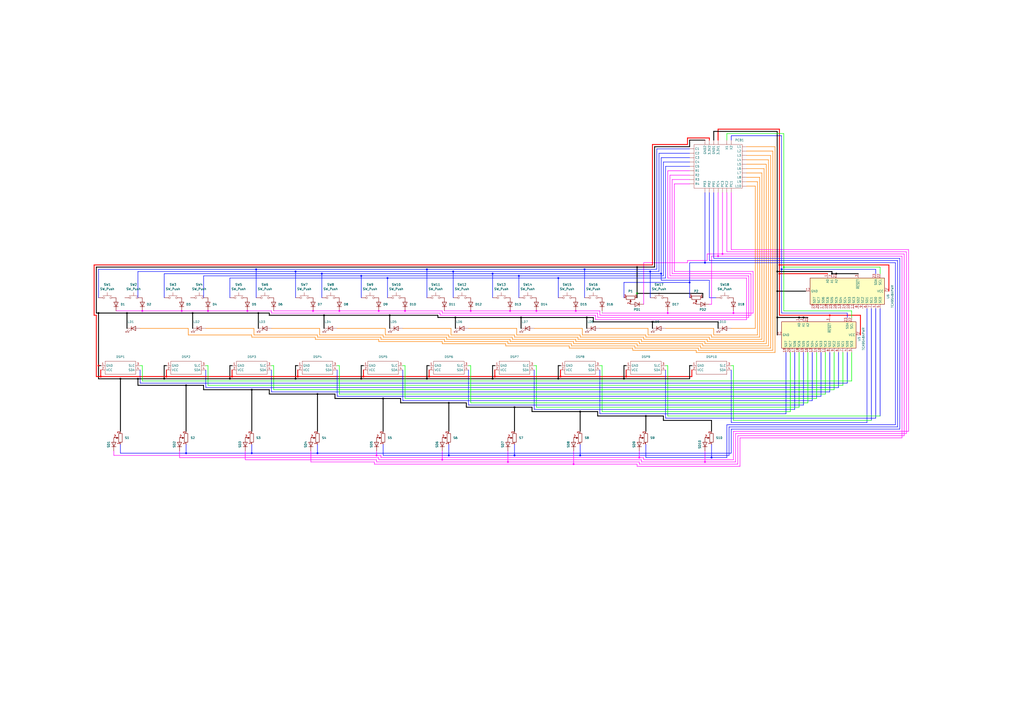
<source format=kicad_sch>
(kicad_sch (version 20250114) (generator "eeschema") (generator_version "9.0")
  (paper "A2")
  (lib_symbols
    (symbol "Device:D" (pin_numbers (hide yes)) (pin_names (offset 1.016) (hide yes))
      (property "Reference" "D" (at 0 2.54 0))
      (property "Value" "D" (at 0 -2.54 0))
      (symbol "D_1_1"
        (pin passive line (at -3.81 0 0) (length 2.54) (name "K") (number "1"))
        (pin passive line (at 3.81 0 180) (length 2.54) (name "A") (number "2"))
      )
    )
    (symbol "Device:LED" (pin_numbers (hide yes)) (pin_names (offset 1.016) (hide yes))
      (property "Reference" "D" (at 0 2.54 0))
      (property "Value" "LED" (at 0 -2.54 0))
      (symbol "LED_1_1"
        (pin passive line (at -3.81 0 0) (length 2.54) (name "K") (number "1"))
        (pin passive line (at 3.81 0 180) (length 2.54) (name "A") (number "2"))
      )
    )
    (symbol "Device:R_Potentiometer" (pin_names (offset 1.016) (hide yes))
      (property "Reference" "RV" (at -4.445 0 90))
      (property "Value" "R_Potentiometer" (at -2.54 0 90))
      (symbol "R_Potentiometer_1_1"
        (pin passive line (at 0 3.81 270) (length 1.27) (name "1") (number "1"))
        (pin passive line (at 0 -3.81 90) (length 1.27) (name "3") (number "3"))
        (pin passive line (at 3.81 0 180) (length 1.27) (name "2") (number "2"))
      )
    )
    (symbol "Interface_Expansion:TCA9548APWR"
      (property "Reference" "U" (at -7.62 21.59 0))
      (property "Value" "TCA9548APWR" (at 1.016 21.59 0))
      (symbol "TCA9548APWR_1_1"
        (pin input line (at -10.16 17.78 0) (length 2.54) (name "SCL") (number "22"))
        (pin bidirectional line (at -10.16 15.24 0) (length 2.54) (name "SDA") (number "23"))
        (pin input line (at -10.16 5.08 0) (length 2.54) (name "~{RESET}") (number "3"))
        (pin input line (at -10.16 -7.62 0) (length 2.54) (name "A2") (number "21"))
        (pin input line (at -10.16 -10.16 0) (length 2.54) (name "A1") (number "2"))
        (pin input line (at -10.16 -12.7 0) (length 2.54) (name "A0") (number "1"))
        (pin power_in line (at 0 22.86 270) (length 2.54) (name "VCC") (number "24"))
        (pin power_in line (at 0 -25.4 90) (length 2.54) (name "GND") (number "12"))
        (pin output line (at 10.16 17.78 180) (length 2.54) (name "SC0") (number "5"))
        (pin bidirectional line (at 10.16 15.24 180) (length 2.54) (name "SD0") (number "4"))
        (pin output line (at 10.16 12.7 180) (length 2.54) (name "SC1") (number "7"))
        (pin bidirectional line (at 10.16 10.16 180) (length 2.54) (name "SD1") (number "6"))
        (pin output line (at 10.16 7.62 180) (length 2.54) (name "SC2") (number "9"))
        (pin bidirectional line (at 10.16 5.08 180) (length 2.54) (name "SD2") (number "8"))
        (pin output line (at 10.16 2.54 180) (length 2.54) (name "SC3") (number "11"))
        (pin bidirectional line (at 10.16 0 180) (length 2.54) (name "SD3") (number "10"))
        (pin output line (at 10.16 -2.54 180) (length 2.54) (name "SC4") (number "14"))
        (pin bidirectional line (at 10.16 -5.08 180) (length 2.54) (name "SD4") (number "13"))
        (pin output line (at 10.16 -7.62 180) (length 2.54) (name "SC5") (number "16"))
        (pin bidirectional line (at 10.16 -10.16 180) (length 2.54) (name "SD5") (number "15"))
        (pin output line (at 10.16 -12.7 180) (length 2.54) (name "SC6") (number "18"))
        (pin bidirectional line (at 10.16 -15.24 180) (length 2.54) (name "SD6") (number "17"))
        (pin output line (at 10.16 -17.78 180) (length 2.54) (name "SC7") (number "20"))
        (pin bidirectional line (at 10.16 -20.32 180) (length 2.54) (name "SD7") (number "19"))
      )
    )
    (symbol "OLED:4_pin_OLED"
      (property "Reference" "DSP" (at 0 0 0))
      (symbol "4_pin_OLED_1_1"
        (pin input line (at -11.43 1.27 0) (length 2.54) (name "GND") (number "1"))
        (pin input line (at -11.43 -1.27 0) (length 2.54) (name "VCC") (number "2"))
        (pin input line (at 11.43 1.27 180) (length 2.54) (name "SLC") (number "3"))
        (pin input line (at 11.43 -1.27 180) (length 2.54) (name "SDA") (number "4"))
      )
    )
    (symbol "PCB:PCB1"
      (property "Reference" "PCB" (at -0.254 0 0))
      (symbol "PCB1_1_1"
        (pin input line (at -16.51 10.16 0) (length 2.54) (name "C1") (number ""))
        (pin input line (at -16.51 7.62 0) (length 2.54) (name "C2") (number ""))
        (pin input line (at -16.51 5.08 0) (length 2.54) (name "C3") (number ""))
        (pin input line (at -16.51 2.54 0) (length 2.54) (name "C4") (number ""))
        (pin input line (at -16.51 0 0) (length 2.54) (name "C5") (number ""))
        (pin input line (at -16.51 -2.54 0) (length 2.54) (name "R1") (number ""))
        (pin input line (at -16.51 -5.08 0) (length 2.54) (name "R2") (number ""))
        (pin input line (at -16.51 -7.62 0) (length 2.54) (name "R3") (number ""))
        (pin input line (at -16.51 -10.16 0) (length 2.54) (name "R4") (number ""))
        (pin input line (at -7.62 15.24 270) (length 2.54) (name "GND2") (number ""))
        (pin input line (at -7.62 -15.24 90) (length 2.54) (name "PR3") (number ""))
        (pin input line (at -5.08 15.24 270) (length 2.54) (name "3.3V2") (number ""))
        (pin input line (at -5.08 -15.24 90) (length 2.54) (name "PR2") (number ""))
        (pin input line (at -2.54 15.24 270) (length 2.54) (name "GND1") (number ""))
        (pin input line (at -2.54 -15.24 90) (length 2.54) (name "PR1") (number ""))
        (pin input line (at 0 15.24 270) (length 2.54) (name "3.3V1") (number ""))
        (pin input line (at 0 -15.24 90) (length 2.54) (name "PC4") (number ""))
        (pin input line (at 2.54 -15.24 90) (length 2.54) (name "PC3") (number ""))
        (pin input line (at 5.08 15.24 270) (length 2.54) (name "X1") (number ""))
        (pin input line (at 5.08 -15.24 90) (length 2.54) (name "PC2") (number ""))
        (pin input line (at 7.62 15.24 270) (length 2.54) (name "X2") (number ""))
        (pin input line (at 7.62 -15.24 90) (length 2.54) (name "PC1") (number ""))
        (pin input line (at 16.51 11.43 180) (length 2.54) (name "L1") (number ""))
        (pin input line (at 16.51 8.89 180) (length 2.54) (name "L2") (number ""))
        (pin input line (at 16.51 6.35 180) (length 2.54) (name "L3") (number ""))
        (pin input line (at 16.51 3.81 180) (length 2.54) (name "L4") (number ""))
        (pin input line (at 16.51 1.27 180) (length 2.54) (name "L5") (number ""))
        (pin input line (at 16.51 -1.27 180) (length 2.54) (name "L6") (number ""))
        (pin input line (at 16.51 -3.81 180) (length 2.54) (name "L7") (number ""))
        (pin input line (at 16.51 -6.35 180) (length 2.54) (name "L8") (number ""))
        (pin input line (at 16.51 -8.89 180) (length 2.54) (name "L9") (number ""))
        (pin input line (at 16.51 -11.43 180) (length 2.54) (name "L10") (number ""))
      )
    )
    (symbol "Switch:SW_Push" (pin_numbers (hide yes)) (pin_names (offset 1.016) (hide yes))
      (property "Reference" "SW" (at 1.27 2.54 0))
      (property "Value" "SW_Push" (at 0 -1.524 0))
      (symbol "SW_Push_0_1"
        (pin passive line (at -5.08 0 0) (length 2.54) (name "1") (number "1"))
        (pin passive line (at 5.08 0 180) (length 2.54) (name "2") (number "2"))
      )
    )
  )
  (junction (at 248.92 218.44) (color 255 0 0 1))
  (junction (at 363.22 218.44) (color 255 0 0 1))
  (junction (at 416.56 148.59) (color 255 0 255 1))
  (junction (at 377.19 157.48) (color 0 9 255 1))
  (junction (at 298.45 236.22) (color 5 5 5 1))
  (junction (at 256.54 266.7) (color 255 0 255 1))
  (junction (at 260.35 233.68) (color 5 5 5 1))
  (junction (at 294.64 267.97) (color 255 0 255 1))
  (junction (at 219.71 180.34) (color 255 0 255 1))
  (junction (at 226.06 182.88) (color 0 0 0 1))
  (junction (at 361.95 219.71) (color 0 0 0 1))
  (junction (at 224.79 161.29) (color 0 9 255 1))
  (junction (at 408.94 152.4) (color 0 0 255 1))
  (junction (at 69.85 219.71) (color 5 5 5 1))
  (junction (at 482.6 158.75) (color 0 0 0 1))
  (junction (at 171.45 219.71) (color 0 0 0 1))
  (junction (at 378.46 186.69) (color 0 0 0 1))
  (junction (at 387.35 181.61) (color 255 0 255 1))
  (junction (at 298.45 264.16) (color 1 0 255 1))
  (junction (at 481.33 182.88) (color 255 0 0 1))
  (junction (at 107.95 262.89) (color 1 0 255 1))
  (junction (at 172.72 218.44) (color 255 0 0 1))
  (junction (at 287.02 218.44) (color 255 0 0 1))
  (junction (at 463.55 184.15) (color 0 0 0 1))
  (junction (at 336.55 238.76) (color 5 5 5 1))
  (junction (at 196.85 180.34) (color 255 0 255 1))
  (junction (at 209.55 160.02) (color 0 9 255 1))
  (junction (at 334.01 180.34) (color 255 0 255 1))
  (junction (at 247.65 219.71) (color 0 0 0 1))
  (junction (at 184.15 228.6) (color 5 5 5 1))
  (junction (at 408.94 267.97) (color 255 0 255 1))
  (junction (at 383.54 158.75) (color 0 9 255 1))
  (junction (at 285.75 158.75) (color 0 9 255 1))
  (junction (at 466.09 184.15) (color 0 0 0 1))
  (junction (at 73.66 181.61) (color 0 0 0 1))
  (junction (at 339.09 156.21) (color 0 9 255 1))
  (junction (at 450.85 168.91) (color 0 0 0 1))
  (junction (at 120.65 180.34) (color 255 0 255 1))
  (junction (at 209.55 219.71) (color 0 0 0 1))
  (junction (at 210.82 218.44) (color 255 0 0 1))
  (junction (at 58.42 218.44) (color 255 0 0 1))
  (junction (at 262.89 157.48) (color 0 9 255 1))
  (junction (at 134.62 218.44) (color 255 0 0 1))
  (junction (at 146.05 226.06) (color 5 5 5 1))
  (junction (at 425.45 181.61) (color 255 0 255 1))
  (junction (at 260.35 264.16) (color 1 0 255 1))
  (junction (at 369.57 154.94) (color 0 0 0 1))
  (junction (at 222.25 231.14) (color 5 5 5 1))
  (junction (at 171.45 157.48) (color 0 9 255 1))
  (junction (at 325.12 218.44) (color 255 0 0 1))
  (junction (at 454.66 154.94) (color 0 255 0 1))
  (junction (at 295.91 180.34) (color 255 0 255 1))
  (junction (at 57.15 212.09) (color 255 0 0 1))
  (junction (at 184.15 262.89) (color 1 0 255 1))
  (junction (at 412.75 265.43) (color 1 0 255 1))
  (junction (at 374.65 241.3) (color 5 5 5 1))
  (junction (at 133.35 219.71) (color 0 0 0 1))
  (junction (at 323.85 161.29) (color 0 9 255 1))
  (junction (at 247.65 156.21) (color 0 9 255 1))
  (junction (at 107.95 223.52) (color 5 5 5 1))
  (junction (at 302.26 184.15) (color 0 0 0 1))
  (junction (at 450.85 184.15) (color 0 0 0 1))
  (junction (at 311.15 180.34) (color 255 0 255 1))
  (junction (at 453.39 156.21) (color 0 0 255 1))
  (junction (at 95.25 219.71) (color 0 0 0 1))
  (junction (at 111.76 181.61) (color 0 0 0 1))
  (junction (at 370.84 265.43) (color 255 0 255 1))
  (junction (at 450.85 157.48) (color 0 0 0 1))
  (junction (at 264.16 184.15) (color 0 0 0 1))
  (junction (at 82.55 180.34) (color 255 0 255 1))
  (junction (at 181.61 180.34) (color 255 0 255 1))
  (junction (at 186.69 158.75) (color 0 9 255 1))
  (junction (at 146.05 262.89) (color 1 0 255 1))
  (junction (at 452.12 153.67) (color 255 0 0 1))
  (junction (at 273.05 180.34) (color 255 0 255 1))
  (junction (at 234.95 180.34) (color 255 0 255 1))
  (junction (at 187.96 182.88) (color 0 0 0 1))
  (junction (at 340.36 184.15) (color 0 0 0 1))
  (junction (at 285.75 219.71) (color 0 0 0 1))
  (junction (at 452.12 158.75) (color 255 0 0 1))
  (junction (at 57.15 181.61) (color 0 0 0 1))
  (junction (at 300.99 160.02) (color 0 9 255 1))
  (junction (at 148.59 156.21) (color 0 9 255 1))
  (junction (at 80.01 219.71) (color 0 0 0 1))
  (junction (at 105.41 180.34) (color 255 0 255 1))
  (junction (at 332.74 269.24) (color 255 0 255 1))
  (junction (at 323.85 219.71) (color 0 0 0 1))
  (junction (at 218.44 264.16) (color 255 0 255 1))
  (junction (at 485.14 158.75) (color 0 0 0 1))
  (junction (at 96.52 218.44) (color 255 0 0 1))
  (junction (at 149.86 181.61) (color 0 0 0 1))
  (junction (at 336.55 264.16) (color 1 0 255 1))
  (junction (at 419.1 147.32) (color 255 0 255 1))
  (junction (at 400.05 163.83) (color 0 0 255 1))
  (junction (at 143.51 180.34) (color 255 0 255 1))
  (junction (at 369.57 170.18))
  (wire (pts (xy 187.96 190.5) (xy 187.96 182.88)) (stroke (width 0.5) (color 0 0 0 1)))
  (wire (pts (xy 426.72 251.46) (xy 525.78 251.46)) (stroke (width 0.3) (color 255 0 255 1)))
  (wire (pts (xy 146.05 257.81) (xy 146.05 262.89)) (stroke (width 0.3) (color 1 0 255 1)))
  (wire (pts (xy 218.44 261.62) (xy 218.44 264.16)) (stroke (width 0.3) (color 255 0 255 1)))
  (wire (pts (xy 440.69 195.58) (xy 412.75 195.58)) (stroke (width 0.3) (color 250 128 0 1)))
  (wire (pts (xy 412.75 195.58) (xy 412.75 194.31)) (stroke (width 0.3) (color 250 128 0 1)))
  (wire (pts (xy 378.46 186.69) (xy 416.56 186.69)) (stroke (width 0.5) (color 0 0 0 1)))
  (wire (pts (xy 256.54 199.39) (xy 256.54 198.12)) (stroke (width 0.3) (color 250 128 0 1)))
  (wire (pts (xy 400.05 81.28) (xy 408.94 81.28)) (stroke (width 0.5) (color 0 0 0 1)))
  (wire (pts (xy 323.85 212.09) (xy 325.12 212.09)) (stroke (width 0.5) (color 5 5 5 1)))
  (wire (pts (xy 370.84 265.43) (xy 220.98 265.43)) (stroke (width 0.3) (color 255 0 255 1)))
  (wire (pts (xy 523.24 148.59) (xy 416.56 148.59)) (stroke (width 0.3) (color 255 0 255 1)))
  (wire (pts (xy 57.15 212.09) (xy 57.15 219.71)) (stroke (width 0.5) (color 0 0 0 1)))
  (wire (pts (xy 384.81 160.02) (xy 300.99 160.02)) (stroke (width 0.3) (color 0 9 255 1)))
  (wire (pts (xy 334.01 198.12) (xy 370.84 198.12)) (stroke (width 0.3) (color 250 128 0 1)))
  (wire (pts (xy 81.28 222.25) (xy 81.28 214.63)) (stroke (width 0.3) (color 0 0 255 1)))
  (wire (pts (xy 344.17 186.69) (xy 344.17 184.15)) (stroke (width 0.5) (color 0 0 0 1)))
  (wire (pts (xy 400.05 212.09) (xy 401.32 212.09)) (stroke (width 0.5) (color 5 5 5 1)))
  (wire (pts (xy 454.66 154.94) (xy 454.66 180.34)) (stroke (width 0.3) (color 0 255 0 1)))
  (wire (pts (xy 234.95 212.09) (xy 233.68 212.09)) (stroke (width 0.3) (color 0 255 0 1)))
  (wire (pts (xy 445.77 92.71) (xy 445.77 200.66)) (stroke (width 0.3) (color 255 128 0 1)))
  (wire (pts (xy 181.61 180.34) (xy 196.85 180.34)) (stroke (width 0.3) (color 255 0 255 1)))
  (wire (pts (xy 408.94 111.76) (xy 408.94 152.4)) (stroke (width 0.3) (color 0 0 255 1)))
  (wire (pts (xy 95.25 219.71) (xy 133.35 219.71)) (stroke (width 0.5) (color 0 0 0 1)))
  (wire (pts (xy 425.45 243.84) (xy 425.45 212.09)) (stroke (width 0.3) (color 0 255 0 1)))
  (wire (pts (xy 232.41 231.14) (xy 222.25 231.14)) (stroke (width 0.5) (color 0 0 0 1)))
  (wire (pts (xy 488.95 204.47) (xy 488.95 223.52)) (stroke (width 0.33) (color 0 255 0 1)))
  (wire (pts (xy 405.13 203.2) (xy 405.13 201.93)) (stroke (width 0.3) (color 250 128 0 1)))
  (wire (pts (xy 335.28 196.85) (xy 372.11 196.85)) (stroke (width 0.3) (color 250 128 0 1)))
  (wire (pts (xy 187.96 182.88) (xy 156.21 182.88)) (stroke (width 0.5) (color 0 0 0 1)))
  (wire (pts (xy 336.55 238.76) (xy 336.55 250.19)) (stroke (width 0.5) (color 0 0 0 1)))
  (wire (pts (xy 384.81 243.84) (xy 384.81 241.3)) (stroke (width 0.5) (color 0 0 0 1)))
  (wire (pts (xy 219.71 266.7) (xy 219.71 265.43)) (stroke (width 0.3) (color 255 0 255 1)))
  (wire (pts (xy 285.75 158.75) (xy 383.54 158.75)) (stroke (width 0.3) (color 0 9 255 1)))
  (wire (pts (xy 499.11 194.31) (xy 499.11 182.88)) (stroke (width 0.5) (color 255 0 0 1)))
  (wire (pts (xy 388.62 101.6) (xy 388.62 160.02)) (stroke (width 0.3) (color 255 0 255 1)))
  (wire (pts (xy 57.15 156.21) (xy 148.59 156.21)) (stroke (width 0.3) (color 0 9 255 1)))
  (wire (pts (xy 264.16 190.5) (xy 264.16 184.15)) (stroke (width 0.5) (color 0 0 0 1)))
  (wire (pts (xy 387.35 241.3) (xy 387.35 212.09)) (stroke (width 0.3) (color 0 255 0 1)))
  (wire (pts (xy 481.33 184.15) (xy 481.33 182.88)) (stroke (width 0) (color 255 0 0 1)))
  (wire (pts (xy 346.71 238.76) (xy 336.55 238.76)) (stroke (width 0.5) (color 0 0 0 1)))
  (wire (pts (xy 218.44 267.97) (xy 218.44 266.7)) (stroke (width 0.3) (color 255 0 255 1)))
  (wire (pts (xy 298.45 194.31) (xy 261.62 194.31)) (stroke (width 0.3) (color 250 128 0 1)))
  (wire (pts (xy 374.65 241.3) (xy 374.65 250.19)) (stroke (width 0.5) (color 0 0 0 1)))
  (wire (pts (xy 433.07 97.79) (xy 443.23 97.79)) (stroke (width 0.3) (color 255 128 0 1)))
  (wire (pts (xy 520.7 247.65) (xy 422.91 247.65)) (stroke (width 0.3) (color 0 0 255 1)))
  (wire (pts (xy 323.85 161.29) (xy 386.08 161.29)) (stroke (width 0.3) (color 0 9 255 1)))
  (wire (pts (xy 80.01 219.71) (xy 95.25 219.71)) (stroke (width 0.5) (color 0 0 0 1)))
  (wire (pts (xy 332.74 199.39) (xy 369.57 199.39)) (stroke (width 0.3) (color 250 128 0 1)))
  (wire (pts (xy 259.08 196.85) (xy 259.08 195.58)) (stroke (width 0.3) (color 250 128 0 1)))
  (wire (pts (xy 294.64 267.97) (xy 294.64 261.62)) (stroke (width 0.3) (color 255 0 255 1)))
  (wire (pts (xy 336.55 257.81) (xy 336.55 264.16)) (stroke (width 0.3) (color 1 0 255 1)))
  (wire (pts (xy 450.85 157.48) (xy 482.6 157.48)) (stroke (width 0.5) (color 0 0 0 1)))
  (wire (pts (xy 156.21 181.61) (xy 149.86 181.61)) (stroke (width 0.5) (color 0 0 0 1)))
  (wire (pts (xy 412.75 148.59) (xy 412.75 176.53)) (stroke (width 0.3) (color 255 0 255 1)))
  (wire (pts (xy 295.91 198.12) (xy 295.91 196.85)) (stroke (width 0.3) (color 250 128 0 1)))
  (wire (pts (xy 419.1 147.32) (xy 419.1 111.76)) (stroke (width 0.3) (color 255 0 255 1)))
  (wire (pts (xy 373.38 196.85) (xy 373.38 195.58)) (stroke (width 0.3) (color 250 128 0 1)))
  (wire (pts (xy 387.35 241.3) (xy 510.54 241.3)) (stroke (width 0.3) (color 0 255 0 1)))
  (wire (pts (xy 381 86.36) (xy 400.05 86.36)) (stroke (width 0.3) (color 0 9 255 1)))
  (wire (pts (xy 377.19 157.48) (xy 382.27 157.48)) (stroke (width 0.3) (color 0 9 255 1)))
  (wire (pts (xy 448.31 87.63) (xy 448.31 203.2)) (stroke (width 0.3) (color 255 128 0 1)))
  (wire (pts (xy 383.54 91.44) (xy 383.54 158.75)) (stroke (width 0.3) (color 0 9 255 1)))
  (wire (pts (xy 256.54 199.39) (xy 293.37 199.39)) (stroke (width 0.3) (color 250 128 0 1)))
  (wire (pts (xy 118.11 172.72) (xy 118.11 160.02)) (stroke (width 0.3) (color 0 9 255 1)))
  (wire (pts (xy 119.38 224.79) (xy 119.38 214.63)) (stroke (width 0.3) (color 0 0 255 1)))
  (wire (pts (xy 332.74 199.39) (xy 332.74 198.12)) (stroke (width 0.3) (color 250 128 0 1)))
  (wire (pts (xy 295.91 180.34) (xy 311.15 180.34)) (stroke (width 0.3) (color 255 0 255 1)))
  (wire (pts (xy 302.26 184.15) (xy 340.36 184.15)) (stroke (width 0.5) (color 0 0 0 1)))
  (wire (pts (xy 441.96 196.85) (xy 441.96 100.33)) (stroke (width 0.3) (color 255 128 0 1)))
  (wire (pts (xy 146.05 195.58) (xy 182.88 195.58)) (stroke (width 0.3) (color 255 128 0 1)))
  (wire (pts (xy 347.98 182.88) (xy 347.98 180.34)) (stroke (width 0.3) (color 255 0 255 1)))
  (wire (pts (xy 454.66 77.47) (xy 454.66 154.94)) (stroke (width 0.3) (color 0 255 0 1)))
  (wire (pts (xy 302.26 184.15) (xy 264.16 184.15)) (stroke (width 0.5) (color 0 0 0 1)))
  (wire (pts (xy 410.21 198.12) (xy 443.23 198.12)) (stroke (width 0.3) (color 250 128 0 1)))
  (wire (pts (xy 210.82 218.44) (xy 248.92 218.44)) (stroke (width 0.5) (color 255 0 0 1)))
  (wire (pts (xy 452.12 74.93) (xy 452.12 153.67)) (stroke (width 0.5) (color 255 0 0 1)))
  (wire (pts (xy 370.84 199.39) (xy 370.84 198.12)) (stroke (width 0.3) (color 250 128 0 1)))
  (wire (pts (xy 452.12 153.67) (xy 452.12 158.75)) (stroke (width 0.5) (color 255 0 0 1)))
  (wire (pts (xy 294.64 267.97) (xy 370.84 267.97)) (stroke (width 0.3) (color 255 0 255 1)))
  (wire (pts (xy 486.41 204.47) (xy 486.41 224.79)) (stroke (width 0.33) (color 0 0 255 1)))
  (wire (pts (xy 407.67 170.18) (xy 407.67 172.72)) (stroke (width 0.5) (color 0 0 0 1)))
  (wire (pts (xy 323.85 212.09) (xy 323.85 219.71)) (stroke (width 0.5) (color 5 5 5 1)))
  (wire (pts (xy 247.65 212.09) (xy 248.92 212.09)) (stroke (width 0.5) (color 5 5 5 1)))
  (wire (pts (xy 527.05 250.19) (xy 527.05 144.78)) (stroke (width 0.3) (color 255 0 255 1)))
  (wire (pts (xy 234.95 231.14) (xy 234.95 212.09)) (stroke (width 0.3) (color 0 255 0 1)))
  (wire (pts (xy 223.52 194.31) (xy 223.52 190.5)) (stroke (width 0.3) (color 255 128 0 1)))
  (wire (pts (xy 337.82 194.31) (xy 337.82 190.5)) (stroke (width 0.3) (color 250 128 0 1)))
  (wire (pts (xy 220.98 265.43) (xy 220.98 264.16)) (stroke (width 0.3) (color 255 0 255 1)))
  (wire (pts (xy 222.25 231.14) (xy 194.31 231.14)) (stroke (width 0.5) (color 0 0 0 1)))
  (wire (pts (xy 369.57 200.66) (xy 406.4 200.66)) (stroke (width 0.3) (color 250 128 0 1)))
  (wire (pts (xy 429.26 254) (xy 523.24 254)) (stroke (width 0.3) (color 255 0 255 1)))
  (wire (pts (xy 149.86 181.61) (xy 111.76 181.61)) (stroke (width 0.5) (color 0 0 0 1)))
  (wire (pts (xy 184.15 257.81) (xy 184.15 262.89)) (stroke (width 0.3) (color 1 0 255 1)))
  (wire (pts (xy 416.56 148.59) (xy 416.56 111.76)) (stroke (width 0.3) (color 255 0 255 1)))
  (wire (pts (xy 414.02 76.2) (xy 414.02 81.28)) (stroke (width 0.5) (color 0 0 0 1)))
  (wire (pts (xy 349.25 181.61) (xy 349.25 180.34)))
  (wire (pts (xy 382.27 88.9) (xy 382.27 157.48)) (stroke (width 0.3) (color 0 9 255 1)))
  (wire (pts (xy 336.55 195.58) (xy 373.38 195.58)) (stroke (width 0.3) (color 250 128 0 1)))
  (wire (pts (xy 369.57 170.18) (xy 369.57 172.72)) (stroke (width 0.5) (color 0 0 0 1)))
  (wire (pts (xy 389.89 104.14) (xy 389.89 158.75)) (stroke (width 0.3) (color 255 0 255 1)))
  (wire (pts (xy 248.92 214.63) (xy 248.92 218.44)) (stroke (width 0.5) (color 255 0 0 1)))
  (wire (pts (xy 383.54 162.56) (xy 411.48 162.56)) (stroke (width 0.3) (color 0 9 255 1)))
  (wire (pts (xy 133.35 172.72) (xy 133.35 161.29)) (stroke (width 0.3) (color 0 9 255 1)))
  (wire (pts (xy 438.15 107.95) (xy 438.15 190.5)) (stroke (width 0.3) (color 255 128 0 1)))
  (wire (pts (xy 340.36 190.5) (xy 340.36 184.15)) (stroke (width 0.5) (color 0 0 0 1)))
  (wire (pts (xy 494.03 180.34) (xy 454.66 180.34)) (stroke (width 0.3) (color 0 255 0 1)))
  (wire (pts (xy 330.2 201.93) (xy 367.03 201.93)) (stroke (width 0.3) (color 250 128 0 1)))
  (wire (pts (xy 434.34 160.02) (xy 434.34 184.15)) (stroke (width 0.3) (color 255 0 255 1)))
  (wire (pts (xy 107.95 223.52) (xy 107.95 250.19)) (stroke (width 0.5) (color 0 0 0 1)))
  (wire (pts (xy 194.31 231.14) (xy 194.31 228.6)) (stroke (width 0.5) (color 0 0 0 1)))
  (wire (pts (xy 219.71 198.12) (xy 219.71 196.85)) (stroke (width 0.3) (color 255 128 0 1)))
  (wire (pts (xy 120.65 212.09) (xy 119.38 212.09)) (stroke (width 0.3) (color 0 255 0 1)))
  (wire (pts (xy 302.26 190.5) (xy 302.26 184.15)) (stroke (width 0.5) (color 0 0 0 1)))
  (wire (pts (xy 429.26 270.51) (xy 369.57 270.51)) (stroke (width 0.3) (color 255 0 255 1)))
  (wire (pts (xy 508 179.07) (xy 508 242.57)) (stroke (width 0.33) (color 0 0 255 1)))
  (wire (pts (xy 220.98 196.85) (xy 220.98 195.58)) (stroke (width 0.3) (color 255 128 0 1)))
  (wire (pts (xy 411.48 172.72) (xy 411.48 162.56)) (stroke (width 0.3) (color 0 9 255 1)))
  (wire (pts (xy 156.21 228.6) (xy 156.21 226.06)) (stroke (width 0.5) (color 0 0 0 1)))
  (wire (pts (xy 226.06 190.5) (xy 226.06 182.88)) (stroke (width 0.5) (color 0 0 0 1)))
  (wire (pts (xy 433.07 107.95) (xy 438.15 107.95)) (stroke (width 0.3) (color 255 128 0 1)))
  (wire (pts (xy 482.6 158.75) (xy 482.6 157.48)) (stroke (width 0.5) (color 0 0 0 1)))
  (wire (pts (xy 363.22 214.63) (xy 363.22 218.44)) (stroke (width 0.5) (color 255 0 0 1)))
  (wire (pts (xy 107.95 257.81) (xy 107.95 262.89)) (stroke (width 0.3) (color 1 0 255 1)))
  (wire (pts (xy 222.25 194.31) (xy 185.42 194.31)) (stroke (width 0.3) (color 255 128 0 1)))
  (wire (pts (xy 449.58 85.09) (xy 449.58 204.47)) (stroke (width 0.3) (color 250 128 0 1)))
  (wire (pts (xy 447.04 90.17) (xy 447.04 201.93)) (stroke (width 0.3) (color 255 128 0 1)))
  (wire (pts (xy 69.85 262.89) (xy 69.85 257.81)) (stroke (width 0.3) (color 1 0 255 1)))
  (wire (pts (xy 372.11 266.7) (xy 256.54 266.7)) (stroke (width 0.3) (color 255 0 255 1)))
  (wire (pts (xy 261.62 194.31) (xy 261.62 190.5)) (stroke (width 0.3) (color 250 128 0 1)))
  (wire (pts (xy 425.45 212.09) (xy 424.18 212.09)) (stroke (width 0.3) (color 0 255 0 1)))
  (wire (pts (xy 349.25 212.09) (xy 347.98 212.09)) (stroke (width 0.3) (color 0 255 0 1)))
  (wire (pts (xy 378.46 83.82) (xy 398.78 83.82)) (stroke (width 0.5) (color 255 0 0 1)))
  (wire (pts (xy 508 158.75) (xy 508 156.21)) (stroke (width 0.3) (color 0 0 255 1)))
  (wire (pts (xy 57.15 181.61) (xy 57.15 212.09)) (stroke (width 0.5) (color 0 0 0 1)))
  (wire (pts (xy 184.15 228.6) (xy 156.21 228.6)) (stroke (width 0.5) (color 0 0 0 1)))
  (wire (pts (xy 433.07 102.87) (xy 440.69 102.87)) (stroke (width 0.3) (color 255 128 0 1)))
  (wire (pts (xy 406.4 201.93) (xy 406.4 200.66)) (stroke (width 0.3) (color 250 128 0 1)))
  (wire (pts (xy 109.22 190.5) (xy 109.22 194.31)) (stroke (width 0.3) (color 255 128 0 1)))
  (wire (pts (xy 119.38 224.79) (xy 486.41 224.79)) (stroke (width 0.3) (color 0 0 255 1)))
  (wire (pts (xy 455.93 204.47) (xy 455.93 240.03)) (stroke (width 0.33) (color 0 0 255 1)))
  (wire (pts (xy 285.75 212.09) (xy 285.75 219.71)) (stroke (width 0.5) (color 5 5 5 1)))
  (wire (pts (xy 187.96 182.88) (xy 226.06 182.88)) (stroke (width 0.5) (color 0 0 0 1)))
  (wire (pts (xy 146.05 226.06) (xy 146.05 250.19)) (stroke (width 0.5) (color 0 0 0 1)))
  (wire (pts (xy 73.66 190.5) (xy 73.66 181.61)) (stroke (width 0.5) (color 0 0 0 1)))
  (wire (pts (xy 295.91 198.12) (xy 332.74 198.12)) (stroke (width 0.3) (color 250 128 0 1)))
  (wire (pts (xy 337.82 190.5) (xy 309.88 190.5)) (stroke (width 0.3) (color 255 128 0 1)))
  (wire (pts (xy 146.05 262.89) (xy 184.15 262.89)) (stroke (width 0.3) (color 1 0 255 1)))
  (wire (pts (xy 143.51 180.34) (xy 157.48 180.34)) (stroke (width 0.3) (color 255 0 255 1)))
  (wire (pts (xy 412.75 250.19) (xy 412.75 243.84)) (stroke (width 0.5) (color 0 0 0 1)))
  (wire (pts (xy 424.18 78.74) (xy 424.18 81.28)) (stroke (width 0.3) (color 0 0 255 1)))
  (wire (pts (xy 273.05 233.68) (xy 273.05 212.09)) (stroke (width 0.3) (color 0 255 0 1)))
  (wire (pts (xy 450.85 168.91) (xy 450.85 157.48)) (stroke (width 0.5) (color 0 0 0 1)))
  (wire (pts (xy 436.88 181.61) (xy 425.45 181.61)) (stroke (width 0.3) (color 255 0 255 1)))
  (wire (pts (xy 171.45 172.72) (xy 171.45 157.48)) (stroke (width 0.3) (color 0 9 255 1)))
  (wire (pts (xy 273.05 233.68) (xy 468.63 233.68)) (stroke (width 0.3) (color 0 255 0 1)))
  (wire (pts (xy 257.81 198.12) (xy 294.64 198.12)) (stroke (width 0.3) (color 250 128 0 1)))
  (wire (pts (xy 109.22 194.31) (xy 146.05 194.31)) (stroke (width 0.3) (color 255 128 0 1)))
  (wire (pts (xy 66.04 264.16) (xy 218.44 264.16)) (stroke (width 0.3) (color 255 0 255 1)))
  (wire (pts (xy 379.73 85.09) (xy 400.05 85.09)) (stroke (width 0.5) (color 0 0 0 1)))
  (wire (pts (xy 107.95 223.52) (xy 80.01 223.52)) (stroke (width 0.5) (color 0 0 0 1)))
  (wire (pts (xy 186.69 158.75) (xy 285.75 158.75)) (stroke (width 0.3) (color 0 9 255 1)))
  (wire (pts (xy 69.85 219.71) (xy 80.01 219.71)) (stroke (width 0.5) (color 0 0 0 1)))
  (wire (pts (xy 257.81 180.34) (xy 273.05 180.34)) (stroke (width 0.3) (color 255 0 255 1)))
  (wire (pts (xy 134.62 214.63) (xy 134.62 218.44)) (stroke (width 0.5) (color 255 0 0 1)))
  (wire (pts (xy 148.59 156.21) (xy 247.65 156.21)) (stroke (width 0.3) (color 0 9 255 1)))
  (wire (pts (xy 219.71 265.43) (xy 104.14 265.43)) (stroke (width 0.3) (color 255 0 255 1)))
  (wire (pts (xy 58.42 214.63) (xy 58.42 218.44)) (stroke (width 0.5) (color 255 0 0 1)))
  (wire (pts (xy 219.71 180.34) (xy 234.95 180.34)) (stroke (width 0.3) (color 255 0 255 1)))
  (wire (pts (xy 410.21 198.12) (xy 410.21 196.85)) (stroke (width 0.3) (color 250 128 0 1)))
  (wire (pts (xy 67.31 180.34) (xy 82.55 180.34)) (stroke (width 0.3) (color 255 0 255 1)))
  (wire (pts (xy 133.35 161.29) (xy 224.79 161.29)) (stroke (width 0.3) (color 0 9 255 1)))
  (wire (pts (xy 449.58 85.09) (xy 433.07 85.09)) (stroke (width 0.3) (color 255 128 0 1)))
  (wire (pts (xy 287.02 214.63) (xy 287.02 218.44)) (stroke (width 0.5) (color 255 0 0 1)))
  (wire (pts (xy 421.64 77.47) (xy 454.66 77.47)) (stroke (width 0.3) (color 0 255 0 1)))
  (wire (pts (xy 383.54 91.44) (xy 400.05 91.44)) (stroke (width 0.3) (color 0 9 255 1)))
  (wire (pts (xy 433.07 87.63) (xy 448.31 87.63)) (stroke (width 0.3) (color 255 128 0 1)))
  (wire (pts (xy 218.44 264.16) (xy 220.98 264.16)) (stroke (width 0.3) (color 255 0 255 1)))
  (wire (pts (xy 422.91 247.65) (xy 422.91 264.16)) (stroke (width 0.3) (color 1 0 255 1)))
  (wire (pts (xy 461.01 204.47) (xy 461.01 237.49)) (stroke (width 0.33) (color 0 0 255 1)))
  (wire (pts (xy 55.88 218.44) (xy 58.42 218.44)) (stroke (width 0.5) (color 255 0 0 1)))
  (wire (pts (xy 156.21 226.06) (xy 146.05 226.06)) (stroke (width 0.5) (color 0 0 0 1)))
  (wire (pts (xy 416.56 74.93) (xy 452.12 74.93)) (stroke (width 0.5) (color 255 0 0 1)))
  (wire (pts (xy 441.96 100.33) (xy 433.07 100.33)) (stroke (width 0.3) (color 255 128 0 1)))
  (wire (pts (xy 379.73 85.09) (xy 379.73 154.94)) (stroke (width 0.5) (color 0 0 0 1)))
  (wire (pts (xy 262.89 172.72) (xy 262.89 157.48)) (stroke (width 0.3) (color 0 9 255 1)))
  (wire (pts (xy 520.7 151.13) (xy 520.7 247.65)) (stroke (width 0.3) (color 0 0 255 1)))
  (wire (pts (xy 347.98 240.03) (xy 455.93 240.03)) (stroke (width 0.3) (color 0 0 255 1)))
  (wire (pts (xy 196.85 180.34) (xy 219.71 180.34)) (stroke (width 0.3) (color 255 0 255 1)))
  (wire (pts (xy 370.84 261.62) (xy 370.84 265.43)) (stroke (width 0.3) (color 255 0 255 1)))
  (wire (pts (xy 450.85 76.2) (xy 414.02 76.2)) (stroke (width 0.5) (color 0 0 0 1)))
  (wire (pts (xy 519.43 152.4) (xy 519.43 246.38)) (stroke (width 0.3) (color 0 0 255 1)))
  (wire (pts (xy 80.01 172.72) (xy 80.01 157.48)) (stroke (width 0.3) (color 0 9 255 1)))
  (wire (pts (xy 403.86 204.47) (xy 403.86 203.2)) (stroke (width 0.3) (color 250 128 0 1)))
  (wire (pts (xy 147.32 190.5) (xy 119.38 190.5)) (stroke (width 0.3) (color 255 128 0 1)))
  (wire (pts (xy 196.85 228.6) (xy 196.85 212.09)) (stroke (width 0.3) (color 0 255 0 1)))
  (wire (pts (xy 491.49 184.15) (xy 491.49 181.61)) (stroke (width 0.3) (color 0 0 255 1)))
  (wire (pts (xy 271.78 234.95) (xy 466.09 234.95)) (stroke (width 0.3) (color 0 0 255 1)))
  (wire (pts (xy 384.81 243.84) (xy 412.75 243.84)) (stroke (width 0.5) (color 0 0 0 1)))
  (wire (pts (xy 444.5 95.25) (xy 444.5 199.39)) (stroke (width 0.3) (color 255 128 0 1)))
  (wire (pts (xy 400.05 152.4) (xy 400.05 163.83)) (stroke (width 0.3) (color 0 0 255 1)))
  (wire (pts (xy 222.25 195.58) (xy 259.08 195.58)) (stroke (width 0.3) (color 255 128 0 1)))
  (wire (pts (xy 273.05 212.09) (xy 271.78 212.09)) (stroke (width 0.3) (color 0 255 0 1)))
  (wire (pts (xy 482.6 158.75) (xy 485.14 158.75)) (stroke (width 0.5) (color 0 0 0 1)))
  (wire (pts (xy 334.01 198.12) (xy 334.01 196.85)) (stroke (width 0.3) (color 250 128 0 1)))
  (wire (pts (xy 81.28 222.25) (xy 491.49 222.25)) (stroke (width 0.3) (color 0 0 255 1)))
  (wire (pts (xy 298.45 195.58) (xy 298.45 194.31)) (stroke (width 0.3) (color 250 128 0 1)))
  (wire (pts (xy 336.55 194.31) (xy 299.72 194.31)) (stroke (width 0.3) (color 250 128 0 1)))
  (wire (pts (xy 398.78 151.13) (xy 398.78 152.4)) (stroke (width 0.3) (color 255 0 255 1)))
  (wire (pts (xy 184.15 262.89) (xy 424.18 262.89)) (stroke (width 0.3) (color 1 0 255 1)))
  (wire (pts (xy 443.23 97.79) (xy 443.23 198.12)) (stroke (width 0.3) (color 255 128 0 1)))
  (wire (pts (xy 219.71 198.12) (xy 256.54 198.12)) (stroke (width 0.3) (color 255 128 0 1)))
  (wire (pts (xy 80.01 157.48) (xy 171.45 157.48)) (stroke (width 0.3) (color 0 9 255 1)))
  (wire (pts (xy 388.62 160.02) (xy 434.34 160.02)) (stroke (width 0.3) (color 255 0 255 1)))
  (wire (pts (xy 332.74 269.24) (xy 332.74 261.62)) (stroke (width 0.3) (color 255 0 255 1)))
  (wire (pts (xy 259.08 196.85) (xy 295.91 196.85)) (stroke (width 0.3) (color 250 128 0 1)))
  (wire (pts (xy 57.15 172.72) (xy 57.15 156.21)) (stroke (width 0.3) (color 0 9 255 1)))
  (wire (pts (xy 222.25 257.81) (xy 222.25 264.16)) (stroke (width 0.3) (color 1 0 255 1)))
  (wire (pts (xy 453.39 156.21) (xy 453.39 181.61)) (stroke (width 0.3) (color 0 0 255 1)))
  (wire (pts (xy 182.88 196.85) (xy 219.71 196.85)) (stroke (width 0.3) (color 255 128 0 1)))
  (wire (pts (xy 386.08 190.5) (xy 414.02 190.5)) (stroke (width 0.3) (color 255 128 0 1)))
  (wire (pts (xy 298.45 257.81) (xy 298.45 264.16)) (stroke (width 0.3) (color 1 0 255 1)))
  (wire (pts (xy 270.51 236.22) (xy 270.51 233.68)) (stroke (width 0.5) (color 0 0 0 1)))
  (wire (pts (xy 349.25 238.76) (xy 349.25 212.09)) (stroke (width 0.3) (color 0 255 0 1)))
  (wire (pts (xy 157.48 180.34) (xy 157.48 181.61)) (stroke (width 0.3) (color 255 0 255 1)))
  (wire (pts (xy 257.81 198.12) (xy 257.81 196.85)) (stroke (width 0.3) (color 250 128 0 1)))
  (wire (pts (xy 439.42 194.31) (xy 439.42 105.41)) (stroke (width 0.3) (color 255 128 0 1)))
  (wire (pts (xy 373.38 152.4) (xy 398.78 152.4)) (stroke (width 0.3) (color 255 0 255 1)))
  (wire (pts (xy 182.88 196.85) (xy 182.88 195.58)) (stroke (width 0.3) (color 255 128 0 1)))
  (wire (pts (xy 369.57 170.18) (xy 407.67 170.18)) (stroke (width 0.5) (color 0 0 0 1)))
  (wire (pts (xy 287.02 218.44) (xy 325.12 218.44)) (stroke (width 0.5) (color 255 0 0 1)))
  (wire (pts (xy 95.25 212.09) (xy 96.52 212.09)) (stroke (width 0.5) (color 5 5 5 1)))
  (wire (pts (xy 400.05 106.68) (xy 391.16 106.68)) (stroke (width 0.3) (color 255 0 255 1)))
  (wire (pts (xy 185.42 190.5) (xy 157.48 190.5)) (stroke (width 0.3) (color 255 128 0 1)))
  (wire (pts (xy 453.39 78.74) (xy 453.39 156.21)) (stroke (width 0.3) (color 0 0 255 1)))
  (wire (pts (xy 452.12 158.75) (xy 480.06 158.75)) (stroke (width 0.5) (color 255 0 0 1)))
  (wire (pts (xy 323.85 219.71) (xy 361.95 219.71)) (stroke (width 0.5) (color 5 5 5 1)))
  (wire (pts (xy 425.45 266.7) (xy 373.38 266.7)) (stroke (width 0.3) (color 255 0 255 1)))
  (wire (pts (xy 146.05 195.58) (xy 146.05 194.31)) (stroke (width 0.3) (color 255 128 0 1)))
  (wire (pts (xy 57.15 219.71) (xy 69.85 219.71)) (stroke (width 0.5) (color 0 0 0 1)))
  (wire (pts (xy 196.85 228.6) (xy 478.79 228.6)) (stroke (width 0.3) (color 0 255 0 1)))
  (wire (pts (xy 256.54 181.61) (xy 256.54 180.34)) (stroke (width 0.3) (color 255 0 255 1)))
  (wire (pts (xy 515.62 168.91) (xy 515.62 153.67)) (stroke (width 0.5) (color 255 0 0 1)))
  (wire (pts (xy 406.4 201.93) (xy 447.04 201.93)) (stroke (width 0.3) (color 250 128 0 1)))
  (wire (pts (xy 524.51 147.32) (xy 419.1 147.32)) (stroke (width 0.3) (color 255 0 255 1)))
  (wire (pts (xy 435.61 158.75) (xy 389.89 158.75)) (stroke (width 0.3) (color 255 0 255 1)))
  (wire (pts (xy 55.88 181.61) (xy 55.88 154.94)) (stroke (width 0.5) (color 0 0 0 1)))
  (wire (pts (xy 391.16 157.48) (xy 436.88 157.48)) (stroke (width 0.3) (color 255 0 255 1)))
  (wire (pts (xy 377.19 172.72) (xy 377.19 157.48)) (stroke (width 0.3) (color 0 9 255 1)))
  (wire (pts (xy 209.55 212.09) (xy 209.55 219.71)) (stroke (width 0.5) (color 0 0 0 1)))
  (wire (pts (xy 256.54 266.7) (xy 219.71 266.7)) (stroke (width 0.3) (color 255 0 255 1)))
  (wire (pts (xy 172.72 218.44) (xy 210.82 218.44)) (stroke (width 0.5) (color 255 0 0 1)))
  (wire (pts (xy 398.78 80.01) (xy 411.48 80.01)) (stroke (width 0.5) (color 255 0 0 1)))
  (wire (pts (xy 271.78 234.95) (xy 271.78 214.63)) (stroke (width 0.3) (color 0 0 255 1)))
  (wire (pts (xy 369.57 154.94) (xy 379.73 154.94)) (stroke (width 0.5) (color 0 0 0 1)))
  (wire (pts (xy 82.55 212.09) (xy 81.28 212.09)) (stroke (width 0.3) (color 0 255 0 1)))
  (wire (pts (xy 309.88 237.49) (xy 461.01 237.49)) (stroke (width 0.3) (color 0 0 255 1)))
  (wire (pts (xy 412.75 194.31) (xy 375.92 194.31)) (stroke (width 0.3) (color 250 128 0 1)))
  (wire (pts (xy 525.78 251.46) (xy 525.78 146.05)) (stroke (width 0.3) (color 255 0 255 1)))
  (wire (pts (xy 226.06 182.88) (xy 254 182.88)) (stroke (width 0.5) (color 0 0 0 1)))
  (wire (pts (xy 368.3 201.93) (xy 368.3 200.66)) (stroke (width 0.3) (color 250 128 0 1)))
  (wire (pts (xy 298.45 195.58) (xy 335.28 195.58)) (stroke (width 0.3) (color 250 128 0 1)))
  (wire (pts (xy 370.84 199.39) (xy 407.67 199.39)) (stroke (width 0.3) (color 250 128 0 1)))
  (wire (pts (xy 300.99 160.02) (xy 300.99 172.72)) (stroke (width 0.3) (color 0 9 255 1)))
  (wire (pts (xy 180.34 267.97) (xy 180.34 261.62)) (stroke (width 0.3) (color 255 0 255 1)))
  (wire (pts (xy 515.62 153.67) (xy 452.12 153.67)) (stroke (width 0.5) (color 255 0 0 1)))
  (wire (pts (xy 434.34 184.15) (xy 346.71 184.15)) (stroke (width 0.3) (color 255 0 255 1)))
  (wire (pts (xy 222.25 264.16) (xy 260.35 264.16)) (stroke (width 0.3) (color 1 0 255 1)))
  (wire (pts (xy 294.64 199.39) (xy 294.64 198.12)) (stroke (width 0.3) (color 250 128 0 1)))
  (wire (pts (xy 425.45 181.61) (xy 425.45 180.34)) (stroke (width 0.3) (color 255 0 255 1)))
  (wire (pts (xy 335.28 196.85) (xy 335.28 195.58)) (stroke (width 0.3) (color 250 128 0 1)))
  (wire (pts (xy 96.52 218.44) (xy 134.62 218.44)) (stroke (width 0.5) (color 255 0 0 1)))
  (wire (pts (xy 411.48 151.13) (xy 520.7 151.13)) (stroke (width 0.3) (color 0 0 255 1)))
  (wire (pts (xy 55.88 154.94) (xy 369.57 154.94)) (stroke (width 0.5) (color 0 0 0 1)))
  (wire (pts (xy 346.71 184.15) (xy 346.71 181.61)) (stroke (width 0.3) (color 255 0 255 1)))
  (wire (pts (xy 368.3 201.93) (xy 405.13 201.93)) (stroke (width 0.3) (color 250 128 0 1)))
  (wire (pts (xy 374.65 195.58) (xy 374.65 194.31)) (stroke (width 0.3) (color 250 128 0 1)))
  (wire (pts (xy 410.21 147.32) (xy 410.21 151.13)) (stroke (width 0.3) (color 255 0 255 1)))
  (wire (pts (xy 171.45 212.09) (xy 172.72 212.09)) (stroke (width 0.5) (color 5 5 5 1)))
  (wire (pts (xy 104.14 265.43) (xy 104.14 261.62)) (stroke (width 0.3) (color 255 0 255 1)))
  (wire (pts (xy 172.72 214.63) (xy 172.72 218.44)) (stroke (width 0.5) (color 255 0 0 1)))
  (wire (pts (xy 416.56 81.28) (xy 416.56 74.93)) (stroke (width 0.5) (color 255 0 0 1)))
  (wire (pts (xy 450.85 184.15) (xy 463.55 184.15)) (stroke (width 0.5) (color 0 0 0 1)))
  (wire (pts (xy 463.55 184.15) (xy 466.09 184.15)) (stroke (width 0.5) (color 0 0 0 1)))
  (wire (pts (xy 374.65 194.31) (xy 337.82 194.31)) (stroke (width 0.3) (color 250 128 0 1)))
  (wire (pts (xy 447.04 90.17) (xy 433.07 90.17)) (stroke (width 0.3) (color 255 128 0 1)))
  (wire (pts (xy 105.41 180.34) (xy 120.65 180.34)) (stroke (width 0.3) (color 255 0 255 1)))
  (wire (pts (xy 297.18 196.85) (xy 297.18 195.58)) (stroke (width 0.3) (color 250 128 0 1)))
  (wire (pts (xy 473.71 204.47) (xy 473.71 231.14)) (stroke (width 0.33) (color 0 255 0 1)))
  (wire (pts (xy 361.95 172.72) (xy 361.95 163.83)) (stroke (width 0.3) (color 0 0 255 1)))
  (wire (pts (xy 414.02 111.76) (xy 414.02 149.86)) (stroke (width 0.3) (color 0 0 255 1)))
  (wire (pts (xy 450.85 76.2) (xy 450.85 157.48)) (stroke (width 0.5) (color 0 0 0 1)))
  (wire (pts (xy 436.88 157.48) (xy 436.88 181.61)) (stroke (width 0.3) (color 255 0 255 1)))
  (wire (pts (xy 373.38 265.43) (xy 370.84 265.43)) (stroke (width 0.3) (color 255 0 255 1)))
  (wire (pts (xy 372.11 198.12) (xy 408.94 198.12)) (stroke (width 0.3) (color 250 128 0 1)))
  (wire (pts (xy 111.76 190.5) (xy 111.76 181.61)) (stroke (width 0.5) (color 0 0 0 1)))
  (wire (pts (xy 95.25 158.75) (xy 186.69 158.75)) (stroke (width 0.3) (color 0 9 255 1)))
  (wire (pts (xy 73.66 181.61) (xy 57.15 181.61)) (stroke (width 0.5) (color 0 0 0 1)))
  (wire (pts (xy 293.37 200.66) (xy 293.37 199.39)) (stroke (width 0.3) (color 250 128 0 1)))
  (wire (pts (xy 347.98 180.34) (xy 334.01 180.34)) (stroke (width 0.3) (color 255 0 255 1)))
  (wire (pts (xy 440.69 102.87) (xy 440.69 195.58)) (stroke (width 0.3) (color 255 128 0 1)))
  (wire (pts (xy 374.65 241.3) (xy 346.71 241.3)) (stroke (width 0.5) (color 0 0 0 1)))
  (wire (pts (xy 398.78 83.82) (xy 398.78 80.01)) (stroke (width 0.5) (color 255 0 0 1)))
  (wire (pts (xy 81.28 190.5) (xy 109.22 190.5)) (stroke (width 0.3) (color 255 128 0 1)))
  (wire (pts (xy 311.15 236.22) (xy 463.55 236.22)) (stroke (width 0.3) (color 0 255 0 1)))
  (wire (pts (xy 510.54 179.07) (xy 510.54 241.3)) (stroke (width 0.33) (color 0 0 255 1)))
  (wire (pts (xy 510.54 154.94) (xy 454.66 154.94)) (stroke (width 0.3) (color 0 255 0 1)))
  (wire (pts (xy 400.05 93.98) (xy 384.81 93.98)) (stroke (width 0.3) (color 0 9 255 1)))
  (wire (pts (xy 439.42 105.41) (xy 433.07 105.41)) (stroke (width 0.3) (color 255 128 0 1)))
  (wire (pts (xy 260.35 195.58) (xy 297.18 195.58)) (stroke (width 0.3) (color 250 128 0 1)))
  (wire (pts (xy 325.12 214.63) (xy 325.12 218.44)) (stroke (width 0.5) (color 255 0 0 1)))
  (wire (pts (xy 233.68 232.41) (xy 471.17 232.41)) (stroke (width 0.3) (color 0 0 255 1)))
  (wire (pts (xy 521.97 248.92) (xy 424.18 248.92)) (stroke (width 0.3) (color 0 0 255 1)))
  (wire (pts (xy 400.05 163.83) (xy 400.05 172.72)) (stroke (width 0.3) (color 0 0 255 1)))
  (wire (pts (xy 222.25 231.14) (xy 222.25 250.19)) (stroke (width 0.5) (color 0 0 0 1)))
  (wire (pts (xy 184.15 194.31) (xy 147.32 194.31)) (stroke (width 0.3) (color 255 128 0 1)))
  (wire (pts (xy 195.58 229.87) (xy 195.58 214.63)) (stroke (width 0.3) (color 0 0 255 1)))
  (wire (pts (xy 411.48 80.01) (xy 411.48 81.28)) (stroke (width 0.5) (color 255 0 0 1)))
  (wire (pts (xy 232.41 233.68) (xy 232.41 231.14)) (stroke (width 0.5) (color 0 0 0 1)))
  (wire (pts (xy 412.75 257.81) (xy 412.75 265.43)) (stroke (width 0.3) (color 1 0 255 1)))
  (wire (pts (xy 55.88 218.44) (xy 55.88 182.88)) (stroke (width 0.5) (color 255 0 0 1)))
  (wire (pts (xy 426.72 251.46) (xy 426.72 267.97)) (stroke (width 0.3) (color 255 0 255 1)))
  (wire (pts (xy 414.02 194.31) (xy 439.42 194.31)) (stroke (width 0.3) (color 250 128 0 1)))
  (wire (pts (xy 463.55 204.47) (xy 463.55 236.22)) (stroke (width 0.33) (color 0 255 0 1)))
  (wire (pts (xy 95.25 212.09) (xy 95.25 219.71)) (stroke (width 0.5) (color 0 0 0 1)))
  (wire (pts (xy 425.45 243.84) (xy 505.46 243.84)) (stroke (width 0.3) (color 0 255 0 1)))
  (wire (pts (xy 374.65 265.43) (xy 412.75 265.43)) (stroke (width 0.3) (color 1 0 255 1)))
  (wire (pts (xy 325.12 218.44) (xy 363.22 218.44)) (stroke (width 0.5) (color 255 0 0 1)))
  (wire (pts (xy 158.75 226.06) (xy 483.87 226.06)) (stroke (width 0.3) (color 0 255 0 1)))
  (wire (pts (xy 217.17 269.24) (xy 217.17 267.97)) (stroke (width 0.3) (color 255 0 255 1)))
  (wire (pts (xy 407.67 200.66) (xy 445.77 200.66)) (stroke (width 0.3) (color 250 128 0 1)))
  (wire (pts (xy 157.48 227.33) (xy 157.48 214.63)) (stroke (width 0.3) (color 0 0 255 1)))
  (wire (pts (xy 386.08 96.52) (xy 400.05 96.52)) (stroke (width 0.3) (color 0 9 255 1)))
  (wire (pts (xy 330.2 201.93) (xy 330.2 200.66)) (stroke (width 0.3) (color 250 128 0 1)))
  (wire (pts (xy 433.07 185.42) (xy 433.07 161.29)) (stroke (width 0.3) (color 255 0 255 1)))
  (wire (pts (xy 369.57 269.24) (xy 332.74 269.24)) (stroke (width 0.3) (color 255 0 255 1)))
  (wire (pts (xy 369.57 200.66) (xy 369.57 199.39)) (stroke (width 0.3) (color 250 128 0 1)))
  (wire (pts (xy 120.65 223.52) (xy 488.95 223.52)) (stroke (width 0.3) (color 0 255 0 1)))
  (wire (pts (xy 478.79 204.47) (xy 478.79 228.6)) (stroke (width 0.33) (color 0 255 0 1)))
  (wire (pts (xy 55.88 182.88) (xy 54.61 182.88)) (stroke (width 0.5) (color 255 0 0 1)))
  (wire (pts (xy 82.55 220.98) (xy 494.03 220.98)) (stroke (width 0.3) (color 0 255 0 1)))
  (wire (pts (xy 157.48 181.61) (xy 255.27 181.61)) (stroke (width 0.3) (color 255 0 255 1)))
  (wire (pts (xy 401.32 214.63) (xy 401.32 218.44)) (stroke (width 0.5) (color 255 0 0 1)))
  (wire (pts (xy 209.55 160.02) (xy 300.99 160.02)) (stroke (width 0.3) (color 0 9 255 1)))
  (wire (pts (xy 209.55 212.09) (xy 210.82 212.09)) (stroke (width 0.5) (color 5 5 5 1)))
  (wire (pts (xy 425.45 250.19) (xy 425.45 266.7)) (stroke (width 0.3) (color 255 0 255 1)))
  (wire (pts (xy 58.42 218.44) (xy 96.52 218.44)) (stroke (width 0.5) (color 255 0 0 1)))
  (wire (pts (xy 491.49 181.61) (xy 453.39 181.61)) (stroke (width 0.3) (color 0 0 255 1)))
  (wire (pts (xy 209.55 172.72) (xy 209.55 160.02)) (stroke (width 0.3) (color 0 9 255 1)))
  (wire (pts (xy 58.42 212.09) (xy 57.15 212.09)) (stroke (width 0.5) (color 5 5 5 1)))
  (wire (pts (xy 309.88 237.49) (xy 309.88 214.63)) (stroke (width 0.3) (color 0 0 255 1)))
  (wire (pts (xy 133.35 212.09) (xy 134.62 212.09)) (stroke (width 0.5) (color 5 5 5 1)))
  (wire (pts (xy 96.52 214.63) (xy 96.52 218.44)) (stroke (width 0.5) (color 255 0 0 1)))
  (wire (pts (xy 339.09 156.21) (xy 339.09 172.72)) (stroke (width 0.3) (color 0 9 255 1)))
  (wire (pts (xy 260.35 233.68) (xy 232.41 233.68)) (stroke (width 0.5) (color 5 5 5 1)))
  (wire (pts (xy 481.33 204.47) (xy 481.33 227.33)) (stroke (width 0.33) (color 0 0 255 1)))
  (wire (pts (xy 336.55 238.76) (xy 308.61 238.76)) (stroke (width 0.5) (color 0 0 0 1)))
  (wire (pts (xy 361.95 212.09) (xy 361.95 219.71)) (stroke (width 0.5) (color 5 5 5 1)))
  (wire (pts (xy 260.35 194.31) (xy 223.52 194.31)) (stroke (width 0.3) (color 255 128 0 1)))
  (wire (pts (xy 408.94 199.39) (xy 408.94 198.12)) (stroke (width 0.3) (color 250 128 0 1)))
  (wire (pts (xy 142.24 266.7) (xy 218.44 266.7)) (stroke (width 0.3) (color 255 0 255 1)))
  (wire (pts (xy 264.16 184.15) (xy 254 184.15)) (stroke (width 0.5) (color 0 0 0 1)))
  (wire (pts (xy 346.71 241.3) (xy 346.71 238.76)) (stroke (width 0.5) (color 0 0 0 1)))
  (wire (pts (xy 386.08 96.52) (xy 386.08 161.29)) (stroke (width 0.3) (color 0 9 255 1)))
  (wire (pts (xy 435.61 182.88) (xy 347.98 182.88)) (stroke (width 0.3) (color 255 0 255 1)))
  (wire (pts (xy 149.86 190.5) (xy 149.86 181.61)) (stroke (width 0.5) (color 0 0 0 1)))
  (wire (pts (xy 494.03 184.15) (xy 494.03 180.34)) (stroke (width 0.3) (color 0 255 0 1)))
  (wire (pts (xy 374.65 195.58) (xy 411.48 195.58)) (stroke (width 0.3) (color 250 128 0 1)))
  (wire (pts (xy 196.85 212.09) (xy 195.58 212.09)) (stroke (width 0.3) (color 0 255 0 1)))
  (wire (pts (xy 118.11 223.52) (xy 107.95 223.52)) (stroke (width 0.5) (color 0 0 0 1)))
  (wire (pts (xy 107.95 262.89) (xy 69.85 262.89)) (stroke (width 0.3) (color 1 0 255 1)))
  (wire (pts (xy 521.97 149.86) (xy 521.97 248.92)) (stroke (width 0.3) (color 0 0 255 1)))
  (wire (pts (xy 387.35 212.09) (xy 386.08 212.09)) (stroke (width 0.3) (color 0 255 0 1)))
  (wire (pts (xy 293.37 200.66) (xy 330.2 200.66)) (stroke (width 0.3) (color 250 128 0 1)))
  (wire (pts (xy 452.12 158.75) (xy 452.12 182.88)) (stroke (width 0.5) (color 255 0 0 1)))
  (wire (pts (xy 389.89 104.14) (xy 400.05 104.14)) (stroke (width 0.3) (color 255 0 255 1)))
  (wire (pts (xy 220.98 196.85) (xy 257.81 196.85)) (stroke (width 0.3) (color 255 128 0 1)))
  (wire (pts (xy 298.45 236.22) (xy 270.51 236.22)) (stroke (width 0.5) (color 0 0 0 1)))
  (wire (pts (xy 247.65 219.71) (xy 285.75 219.71)) (stroke (width 0.5) (color 0 0 0 1)))
  (wire (pts (xy 383.54 162.56) (xy 383.54 158.75)) (stroke (width 0.3) (color 0 9 255 1)))
  (wire (pts (xy 524.51 252.73) (xy 524.51 147.32)) (stroke (width 0.3) (color 255 0 255 1)))
  (wire (pts (xy 66.04 264.16) (xy 66.04 261.62)) (stroke (width 0.3) (color 255 0 255 1)))
  (wire (pts (xy 411.48 196.85) (xy 411.48 195.58)) (stroke (width 0.3) (color 250 128 0 1)))
  (wire (pts (xy 118.11 160.02) (xy 209.55 160.02)) (stroke (width 0.3) (color 0 9 255 1)))
  (wire (pts (xy 373.38 266.7) (xy 373.38 265.43)) (stroke (width 0.3) (color 255 0 255 1)))
  (wire (pts (xy 223.52 190.5) (xy 195.58 190.5)) (stroke (width 0.3) (color 255 128 0 1)))
  (wire (pts (xy 425.45 250.19) (xy 527.05 250.19)) (stroke (width 0.3) (color 255 0 255 1)))
  (wire (pts (xy 421.64 81.28) (xy 421.64 77.47)) (stroke (width 0.3) (color 0 255 0 1)))
  (wire (pts (xy 299.72 194.31) (xy 299.72 190.5)) (stroke (width 0.3) (color 250 128 0 1)))
  (wire (pts (xy 234.95 231.14) (xy 473.71 231.14)) (stroke (width 0.3) (color 0 255 0 1)))
  (wire (pts (xy 260.35 233.68) (xy 260.35 250.19)) (stroke (width 0.5) (color 0 0 0 1)))
  (wire (pts (xy 519.43 246.38) (xy 421.64 246.38)) (stroke (width 0.3) (color 0 0 255 1)))
  (wire (pts (xy 248.92 218.44) (xy 287.02 218.44)) (stroke (width 0.5) (color 255 0 0 1)))
  (wire (pts (xy 297.18 196.85) (xy 334.01 196.85)) (stroke (width 0.3) (color 250 128 0 1)))
  (wire (pts (xy 408.94 267.97) (xy 408.94 261.62)) (stroke (width 0.3) (color 255 0 255 1)))
  (wire (pts (xy 294.64 199.39) (xy 331.47 199.39)) (stroke (width 0.3) (color 250 128 0 1)))
  (wire (pts (xy 433.07 95.25) (xy 444.5 95.25)) (stroke (width 0.3) (color 255 128 0 1)))
  (wire (pts (xy 424.18 248.92) (xy 424.18 262.89)) (stroke (width 0.3) (color 1 0 255 1)))
  (wire (pts (xy 375.92 190.5) (xy 347.98 190.5)) (stroke (width 0.3) (color 255 128 0 1)))
  (wire (pts (xy 133.35 212.09) (xy 133.35 219.71)) (stroke (width 0.5) (color 0 0 0 1)))
  (wire (pts (xy 481.33 182.88) (xy 499.11 182.88)) (stroke (width 0.5) (color 255 0 0 1)))
  (wire (pts (xy 367.03 203.2) (xy 367.03 201.93)) (stroke (width 0.3) (color 250 128 0 1)))
  (wire (pts (xy 491.49 204.47) (xy 491.49 222.25)) (stroke (width 0.33) (color 0 0 255 1)))
  (wire (pts (xy 54.61 182.88) (xy 54.61 153.67)) (stroke (width 0.5) (color 255 0 0 1)))
  (wire (pts (xy 369.57 154.94) (xy 369.57 170.18)) (stroke (width 0.5) (color 0 0 0 1)))
  (wire (pts (xy 57.15 181.61) (xy 55.88 181.61)) (stroke (width 0.5) (color 0 0 0 1)))
  (wire (pts (xy 411.48 196.85) (xy 441.96 196.85)) (stroke (width 0.3) (color 250 128 0 1)))
  (wire (pts (xy 260.35 257.81) (xy 260.35 264.16)) (stroke (width 0.3) (color 1 0 255 1)))
  (wire (pts (xy 412.75 176.53) (xy 411.48 176.53)) (stroke (width 0.3) (color 255 0 255 1)))
  (wire (pts (xy 222.25 195.58) (xy 222.25 194.31)) (stroke (width 0.3) (color 255 128 0 1)))
  (wire (pts (xy 345.44 182.88) (xy 345.44 185.42)) (stroke (width 0.3) (color 255 0 255 1)))
  (wire (pts (xy 311.15 236.22) (xy 311.15 212.09)) (stroke (width 0.3) (color 0 255 0 1)))
  (wire (pts (xy 363.22 218.44) (xy 401.32 218.44)) (stroke (width 0.5) (color 255 0 0 1)))
  (wire (pts (xy 426.72 267.97) (xy 408.94 267.97)) (stroke (width 0.3) (color 255 0 255 1)))
  (wire (pts (xy 386.08 242.57) (xy 508 242.57)) (stroke (width 0.3) (color 0 0 255 1)))
  (wire (pts (xy 400.05 85.09) (xy 400.05 81.28)) (stroke (width 0.5) (color 0 0 0 1)))
  (wire (pts (xy 481.33 182.88) (xy 452.12 182.88)) (stroke (width 0.5) (color 255 0 0 1)))
  (wire (pts (xy 247.65 156.21) (xy 339.09 156.21)) (stroke (width 0.3) (color 0 9 255 1)))
  (wire (pts (xy 382.27 88.9) (xy 400.05 88.9)) (stroke (width 0.3) (color 0 9 255 1)))
  (wire (pts (xy 147.32 194.31) (xy 147.32 190.5)) (stroke (width 0.3) (color 255 128 0 1)))
  (wire (pts (xy 476.25 204.47) (xy 476.25 229.87)) (stroke (width 0.33) (color 0 0 255 1)))
  (wire (pts (xy 340.36 184.15) (xy 344.17 184.15)) (stroke (width 0.5) (color 0 0 0 1)))
  (wire (pts (xy 158.75 180.34) (xy 181.61 180.34)) (stroke (width 0.3) (color 255 0 255 1)))
  (wire (pts (xy 381 156.21) (xy 339.09 156.21)) (stroke (width 0.3) (color 0 9 255 1)))
  (wire (pts (xy 157.48 227.33) (xy 481.33 227.33)) (stroke (width 0.3) (color 0 0 255 1)))
  (wire (pts (xy 424.18 245.11) (xy 424.18 214.63)) (stroke (width 0.3) (color 0 0 255 1)))
  (wire (pts (xy 387.35 181.61) (xy 425.45 181.61)) (stroke (width 0.3) (color 255 0 255 1)))
  (wire (pts (xy 194.31 228.6) (xy 184.15 228.6)) (stroke (width 0.5) (color 0 0 0 1)))
  (wire (pts (xy 331.47 200.66) (xy 331.47 199.39)) (stroke (width 0.3) (color 250 128 0 1)))
  (wire (pts (xy 118.11 226.06) (xy 118.11 223.52)) (stroke (width 0.5) (color 0 0 0 1)))
  (wire (pts (xy 408.94 267.97) (xy 372.11 267.97)) (stroke (width 0.3) (color 255 0 255 1)))
  (wire (pts (xy 224.79 161.29) (xy 323.85 161.29)) (stroke (width 0.3) (color 0 9 255 1)))
  (wire (pts (xy 381 86.36) (xy 381 156.21)) (stroke (width 0.3) (color 0 9 255 1)))
  (wire (pts (xy 494.03 204.47) (xy 494.03 220.98)) (stroke (width 0.33) (color 0 255 0 1)))
  (wire (pts (xy 416.56 190.5) (xy 416.56 186.69)) (stroke (width 0.5) (color 0 0 0 1)))
  (wire (pts (xy 349.25 181.61) (xy 387.35 181.61)) (stroke (width 0.3) (color 255 0 255 1)))
  (wire (pts (xy 527.05 144.78) (xy 424.18 144.78)) (stroke (width 0.3) (color 255 0 255 1)))
  (wire (pts (xy 400.05 219.71) (xy 400.05 212.09)) (stroke (width 0.5) (color 5 5 5 1)))
  (wire (pts (xy 387.35 99.06) (xy 387.35 161.29)) (stroke (width 0.3) (color 255 0 255 1)))
  (wire (pts (xy 421.64 246.38) (xy 421.64 265.43)) (stroke (width 0.3) (color 1 0 255 1)))
  (wire (pts (xy 370.84 269.24) (xy 370.84 267.97)) (stroke (width 0.3) (color 255 0 255 1)))
  (wire (pts (xy 260.35 195.58) (xy 260.35 194.31)) (stroke (width 0.3) (color 250 128 0 1)))
  (wire (pts (xy 261.62 190.5) (xy 233.68 190.5)) (stroke (width 0.3) (color 255 128 0 1)))
  (wire (pts (xy 414.02 149.86) (xy 521.97 149.86)) (stroke (width 0.3) (color 0 0 255 1)))
  (wire (pts (xy 336.55 195.58) (xy 336.55 194.31)) (stroke (width 0.3) (color 250 128 0 1)))
  (wire (pts (xy 255.27 181.61) (xy 255.27 182.88)) (stroke (width 0.3) (color 255 0 255 1)))
  (wire (pts (xy 410.21 151.13) (xy 398.78 151.13)) (stroke (width 0.3) (color 255 0 255 1)))
  (wire (pts (xy 331.47 200.66) (xy 368.3 200.66)) (stroke (width 0.3) (color 250 128 0 1)))
  (wire (pts (xy 186.69 172.72) (xy 186.69 158.75)) (stroke (width 0.3) (color 0 9 255 1)))
  (wire (pts (xy 195.58 229.87) (xy 476.25 229.87)) (stroke (width 0.3) (color 0 0 255 1)))
  (wire (pts (xy 134.62 218.44) (xy 172.72 218.44)) (stroke (width 0.5) (color 255 0 0 1)))
  (wire (pts (xy 485.14 158.75) (xy 497.84 158.75)) (stroke (width 0.5) (color 0 0 0 1)))
  (wire (pts (xy 505.46 179.07) (xy 505.46 243.84)) (stroke (width 0.33) (color 0 0 255 1)))
  (wire (pts (xy 270.51 233.68) (xy 260.35 233.68)) (stroke (width 0.5) (color 5 5 5 1)))
  (wire (pts (xy 346.71 181.61) (xy 256.54 181.61)) (stroke (width 0.3) (color 255 0 255 1)))
  (wire (pts (xy 525.78 146.05) (xy 421.64 146.05)) (stroke (width 0.3) (color 255 0 255 1)))
  (wire (pts (xy 111.76 181.61) (xy 73.66 181.61)) (stroke (width 0.5) (color 0 0 0 1)))
  (wire (pts (xy 311.15 180.34) (xy 334.01 180.34)) (stroke (width 0.3) (color 255 0 255 1)))
  (wire (pts (xy 54.61 153.67) (xy 378.46 153.67)) (stroke (width 0.5) (color 255 0 0 1)))
  (wire (pts (xy 510.54 158.75) (xy 510.54 154.94)) (stroke (width 0.3) (color 0 255 0 1)))
  (wire (pts (xy 372.11 267.97) (xy 372.11 266.7)) (stroke (width 0.3) (color 255 0 255 1)))
  (wire (pts (xy 146.05 226.06) (xy 118.11 226.06)) (stroke (width 0.5) (color 0 0 0 1)))
  (wire (pts (xy 69.85 219.71) (xy 69.85 250.19)) (stroke (width 0.5) (color 0 0 0 1)))
  (wire (pts (xy 349.25 238.76) (xy 458.47 238.76)) (stroke (width 0.3) (color 0 255 0 1)))
  (wire (pts (xy 421.64 146.05) (xy 421.64 111.76)) (stroke (width 0.3) (color 255 0 255 1)))
  (wire (pts (xy 209.55 219.71) (xy 247.65 219.71)) (stroke (width 0.5) (color 0 0 0 1)))
  (wire (pts (xy 158.75 226.06) (xy 158.75 212.09)) (stroke (width 0.3) (color 0 255 0 1)))
  (wire (pts (xy 95.25 172.72) (xy 95.25 158.75)) (stroke (width 0.3) (color 0 9 255 1)))
  (wire (pts (xy 133.35 219.71) (xy 171.45 219.71)) (stroke (width 0.5) (color 0 0 0 1)))
  (wire (pts (xy 298.45 236.22) (xy 298.45 250.19)) (stroke (width 0.5) (color 0 0 0 1)))
  (wire (pts (xy 386.08 242.57) (xy 386.08 214.63)) (stroke (width 0.3) (color 0 0 255 1)))
  (wire (pts (xy 254 184.15) (xy 254 182.88)) (stroke (width 0.5) (color 0 0 0 1)))
  (wire (pts (xy 450.85 168.91) (xy 467.36 168.91)) (stroke (width 0.5) (color 0 0 0 1)))
  (wire (pts (xy 424.18 245.11) (xy 502.92 245.11)) (stroke (width 0.3) (color 0 0 255 1)))
  (wire (pts (xy 378.46 186.69) (xy 344.17 186.69)) (stroke (width 0.5) (color 0 0 0 1)))
  (wire (pts (xy 311.15 212.09) (xy 309.88 212.09)) (stroke (width 0.3) (color 0 255 0 1)))
  (wire (pts (xy 308.61 236.22) (xy 298.45 236.22)) (stroke (width 0.5) (color 0 0 0 1)))
  (wire (pts (xy 433.07 92.71) (xy 445.77 92.71)) (stroke (width 0.3) (color 255 128 0 1)))
  (wire (pts (xy 255.27 182.88) (xy 345.44 182.88)) (stroke (width 0.3) (color 255 0 255 1)))
  (wire (pts (xy 508 156.21) (xy 453.39 156.21)) (stroke (width 0.3) (color 0 0 255 1)))
  (wire (pts (xy 247.65 212.09) (xy 247.65 219.71)) (stroke (width 0.5) (color 0 0 0 1)))
  (wire (pts (xy 285.75 219.71) (xy 323.85 219.71)) (stroke (width 0.5) (color 5 5 5 1)))
  (wire (pts (xy 233.68 232.41) (xy 233.68 214.63)) (stroke (width 0.3) (color 0 0 255 1)))
  (wire (pts (xy 120.65 223.52) (xy 120.65 212.09)) (stroke (width 0.3) (color 0 255 0 1)))
  (wire (pts (xy 435.61 182.88) (xy 435.61 158.75)) (stroke (width 0.3) (color 255 0 255 1)))
  (wire (pts (xy 405.13 203.2) (xy 448.31 203.2)) (stroke (width 0.3) (color 250 128 0 1)))
  (wire (pts (xy 308.61 238.76) (xy 308.61 236.22)) (stroke (width 0.5) (color 0 0 0 1)))
  (wire (pts (xy 247.65 172.72) (xy 247.65 156.21)) (stroke (width 0.3) (color 0 9 255 1)))
  (wire (pts (xy 367.03 203.2) (xy 403.86 203.2)) (stroke (width 0.3) (color 250 128 0 1)))
  (wire (pts (xy 378.46 190.5) (xy 378.46 186.69)) (stroke (width 0.5) (color 0 0 0 1)))
  (wire (pts (xy 450.85 184.15) (xy 450.85 168.91)) (stroke (width 0.5) (color 0 0 0 1)))
  (wire (pts (xy 458.47 204.47) (xy 458.47 238.76)) (stroke (width 0.33) (color 0 255 0 1)))
  (wire (pts (xy 414.02 190.5) (xy 414.02 194.31)) (stroke (width 0.3) (color 250 128 0 1)))
  (wire (pts (xy 142.24 266.7) (xy 142.24 261.62)) (stroke (width 0.3) (color 255 0 255 1)))
  (wire (pts (xy 416.56 148.59) (xy 412.75 148.59)) (stroke (width 0.3) (color 255 0 255 1)))
  (wire (pts (xy 378.46 153.67) (xy 378.46 83.82)) (stroke (width 0.5) (color 255 0 0 1)))
  (wire (pts (xy 373.38 152.4) (xy 373.38 176.53)) (stroke (width 0.3) (color 255 0 255 1)))
  (wire (pts (xy 120.65 180.34) (xy 143.51 180.34)) (stroke (width 0.3) (color 255 0 255 1)))
  (wire (pts (xy 471.17 204.47) (xy 471.17 232.41)) (stroke (width 0.33) (color 0 0 255 1)))
  (wire (pts (xy 361.95 219.71) (xy 400.05 219.71)) (stroke (width 0.5) (color 5 5 5 1)))
  (wire (pts (xy 466.09 184.15) (xy 468.63 184.15)) (stroke (width 0.5) (color 0 0 0 1)))
  (wire (pts (xy 285.75 172.72) (xy 285.75 158.75)) (stroke (width 0.3) (color 0 9 255 1)))
  (wire (pts (xy 185.42 194.31) (xy 185.42 190.5)) (stroke (width 0.3) (color 255 128 0 1)))
  (wire (pts (xy 347.98 240.03) (xy 347.98 214.63)) (stroke (width 0.3) (color 0 0 255 1)))
  (wire (pts (xy 184.15 195.58) (xy 220.98 195.58)) (stroke (width 0.3) (color 255 128 0 1)))
  (wire (pts (xy 210.82 214.63) (xy 210.82 218.44)) (stroke (width 0.5) (color 255 0 0 1)))
  (wire (pts (xy 294.64 267.97) (xy 218.44 267.97)) (stroke (width 0.3) (color 255 0 255 1)))
  (wire (pts (xy 184.15 195.58) (xy 184.15 194.31)) (stroke (width 0.3) (color 255 128 0 1)))
  (wire (pts (xy 260.35 264.16) (xy 298.45 264.16)) (stroke (width 0.3) (color 1 0 255 1)))
  (wire (pts (xy 427.99 252.73) (xy 524.51 252.73)) (stroke (width 0.3) (color 255 0 255 1)))
  (wire (pts (xy 391.16 106.68) (xy 391.16 157.48)) (stroke (width 0.3) (color 255 0 255 1)))
  (wire (pts (xy 403.86 204.47) (xy 449.58 204.47)) (stroke (width 0.3) (color 250 128 0 1)))
  (wire (pts (xy 453.39 78.74) (xy 424.18 78.74)) (stroke (width 0.3) (color 0 0 255 1)))
  (wire (pts (xy 156.21 182.88) (xy 156.21 181.61)) (stroke (width 0.5) (color 0 0 0 1)))
  (wire (pts (xy 361.95 163.83) (xy 400.05 163.83)) (stroke (width 0.3) (color 0 0 255 1)))
  (wire (pts (xy 373.38 196.85) (xy 410.21 196.85)) (stroke (width 0.3) (color 250 128 0 1)))
  (wire (pts (xy 427.99 252.73) (xy 427.99 269.24)) (stroke (width 0.3) (color 255 0 255 1)))
  (wire (pts (xy 450.85 194.31) (xy 450.85 184.15)) (stroke (width 0.5) (color 0 0 0 1)))
  (wire (pts (xy 171.45 219.71) (xy 209.55 219.71)) (stroke (width 0.5) (color 0 0 0 1)))
  (wire (pts (xy 323.85 172.72) (xy 323.85 161.29)) (stroke (width 0.3) (color 0 9 255 1)))
  (wire (pts (xy 361.95 212.09) (xy 363.22 212.09)) (stroke (width 0.5) (color 5 5 5 1)))
  (wire (pts (xy 298.45 264.16) (xy 336.55 264.16)) (stroke (width 0.3) (color 1 0 255 1)))
  (wire (pts (xy 171.45 212.09) (xy 171.45 219.71)) (stroke (width 0.5) (color 0 0 0 1)))
  (wire (pts (xy 285.75 212.09) (xy 287.02 212.09)) (stroke (width 0.5) (color 5 5 5 1)))
  (wire (pts (xy 345.44 185.42) (xy 433.07 185.42)) (stroke (width 0.3) (color 255 0 255 1)))
  (wire (pts (xy 483.87 204.47) (xy 483.87 226.06)) (stroke (width 0.33) (color 0 255 0 1)))
  (wire (pts (xy 374.65 257.81) (xy 374.65 265.43)) (stroke (width 0.3) (color 1 0 255 1)))
  (wire (pts (xy 171.45 157.48) (xy 262.89 157.48)) (stroke (width 0.3) (color 0 9 255 1)))
  (wire (pts (xy 332.74 269.24) (xy 217.17 269.24)) (stroke (width 0.3) (color 255 0 255 1)))
  (wire (pts (xy 523.24 254) (xy 523.24 148.59)) (stroke (width 0.3) (color 255 0 255 1)))
  (wire (pts (xy 299.72 190.5) (xy 271.78 190.5)) (stroke (width 0.3) (color 255 128 0 1)))
  (wire (pts (xy 415.29 172.72) (xy 411.48 172.72)) (stroke (width 0.3) (color 0 9 255 1)))
  (wire (pts (xy 412.75 265.43) (xy 421.64 265.43)) (stroke (width 0.3) (color 1 0 255 1)))
  (wire (pts (xy 407.67 200.66) (xy 407.67 199.39)) (stroke (width 0.3) (color 250 128 0 1)))
  (wire (pts (xy 184.15 228.6) (xy 184.15 250.19)) (stroke (width 0.5) (color 0 0 0 1)))
  (wire (pts (xy 408.94 199.39) (xy 444.5 199.39)) (stroke (width 0.3) (color 250 128 0 1)))
  (wire (pts (xy 384.81 93.98) (xy 384.81 160.02)) (stroke (width 0.3) (color 0 9 255 1)))
  (wire (pts (xy 148.59 172.72) (xy 148.59 156.21)) (stroke (width 0.3) (color 0 9 255 1)))
  (wire (pts (xy 384.81 241.3) (xy 374.65 241.3)) (stroke (width 0.5) (color 0 0 0 1)))
  (wire (pts (xy 438.15 190.5) (xy 424.18 190.5)) (stroke (width 0.3) (color 255 128 0 1)))
  (wire (pts (xy 273.05 180.34) (xy 295.91 180.34)) (stroke (width 0.3) (color 255 0 255 1)))
  (wire (pts (xy 256.54 261.62) (xy 256.54 266.7)) (stroke (width 0.3) (color 255 0 255 1)))
  (wire (pts (xy 372.11 198.12) (xy 372.11 196.85)) (stroke (width 0.3) (color 250 128 0 1)))
  (wire (pts (xy 336.55 264.16) (xy 422.91 264.16)) (stroke (width 0.3) (color 1 0 255 1)))
  (wire (pts (xy 387.35 99.06) (xy 400.05 99.06)) (stroke (width 0.3) (color 255 0 255 1)))
  (wire (pts (xy 80.01 223.52) (xy 80.01 219.71)) (stroke (width 0.5) (color 0 0 0 1)))
  (wire (pts (xy 262.89 157.48) (xy 377.19 157.48)) (stroke (width 0.3) (color 0 9 255 1)))
  (wire (pts (xy 387.35 181.61) (xy 387.35 180.34)) (stroke (width 0.3) (color 255 0 255 1)))
  (wire (pts (xy 256.54 180.34) (xy 234.95 180.34)) (stroke (width 0.3) (color 255 0 255 1)))
  (wire (pts (xy 82.55 220.98) (xy 82.55 212.09)) (stroke (width 0.3) (color 0 255 0 1)))
  (wire (pts (xy 400.05 101.6) (xy 388.62 101.6)) (stroke (width 0.3) (color 255 0 255 1)))
  (wire (pts (xy 424.18 111.76) (xy 424.18 144.78)) (stroke (width 0.3) (color 255 0 255 1)))
  (wire (pts (xy 419.1 147.32) (xy 410.21 147.32)) (stroke (width 0.3) (color 255 0 255 1)))
  (wire (pts (xy 158.75 212.09) (xy 157.48 212.09)) (stroke (width 0.3) (color 0 255 0 1)))
  (wire (pts (xy 82.55 180.34) (xy 105.41 180.34)) (stroke (width 0.3) (color 255 0 255 1)))
  (wire (pts (xy 427.99 269.24) (xy 370.84 269.24)) (stroke (width 0.3) (color 255 0 255 1)))
  (wire (pts (xy 433.07 161.29) (xy 387.35 161.29)) (stroke (width 0.3) (color 255 0 255 1)))
  (wire (pts (xy 468.63 204.47) (xy 468.63 233.68)) (stroke (width 0.33) (color 0 255 0 1)))
  (wire (pts (xy 411.48 111.76) (xy 411.48 151.13)) (stroke (width 0.3) (color 0 0 255 1)))
  (wire (pts (xy 502.92 179.07) (xy 502.92 245.11)) (stroke (width 0.3) (color 0 0 255 1)))
  (wire (pts (xy 224.79 172.72) (xy 224.79 161.29)) (stroke (width 0.3) (color 0 9 255 1)))
  (wire (pts (xy 429.26 254) (xy 429.26 270.51)) (stroke (width 0.3) (color 255 0 255 1)))
  (wire (pts (xy 375.92 194.31) (xy 375.92 190.5)) (stroke (width 0.3) (color 250 128 0 1)))
  (wire (pts (xy 466.09 204.47) (xy 466.09 234.95)) (stroke (width 0.33) (color 0 0 255 1)))
  (wire (pts (xy 408.94 152.4) (xy 400.05 152.4)) (stroke (width 0.3) (color 0 0 255 1)))
  (wire (pts (xy 369.57 270.51) (xy 369.57 269.24)) (stroke (width 0.3) (color 255 0 255 1)))
  (wire (pts (xy 146.05 262.89) (xy 107.95 262.89)) (stroke (width 0.3) (color 1 0 255 1)))
  (wire (pts (xy 408.94 152.4) (xy 519.43 152.4)) (stroke (width 0.3) (color 0 0 255 1)))
  (wire (pts (xy 180.34 267.97) (xy 217.17 267.97)) (stroke (width 0.3) (color 255 0 255 1)))
  (symbol (lib_id "Switch:SW_Push") (at 62.23 172.72 0) (unit 1)
    (property "Reference" "SW1" (at 62.23 165.1 0))
    (property "Value" "SW_Push" (at 62.23 167.64 0))
    (property "Description" "Push button switch, generic, two pins" (effects (hide yes)))
  )
  (symbol (lib_id "Switch:SW_Push") (at 344.17 172.72 0) (unit 1)
    (property "Reference" "SW16" (at 344.17 165.1 0))
    (property "Value" "SW_Push" (at 344.17 167.64 0))
    (property "Description" "Push button switch, generic, two pins" (effects (hide yes)))
  )
  (symbol (lib_id "Device:LED") (at 229.87 190.5 0) (unit 1)
    (property "Reference" "LD5" (at 228.2825 186.69 0))
    (property "Value" "LED" (effects (hide yes)))
    (property "Description" "Light emitting diode" (effects (hide yes)))
    (property "Sim.Pins" "1=K 2=A" (effects (hide yes)))
  )
  (symbol (lib_id "Device:R_Potentiometer") (at 184.15 254 180) (unit 1)
    (property "Reference" "S4" (at 186.69 253.9999 0) (effects (justify right)))
    (property "Value" "R_Potentiometer" (effects (hide yes)))
    (property "Description" "Potentiometer" (effects (hide yes)))
  )
  (symbol (lib_id "Interface_Expansion:TCA9548APWR") (at 492.76 168.91 270) (unit 1)
    (property "Reference" "U6" (at 515.112 171.958 0))
    (property "Value" "TCA9548APWR" (at 517.652 171.958 0))
    (property "Datasheet" "http://www.ti.com/lit/ds/symlink/tca9548a.pdf" (effects (hide yes)))
    (property "Description" "Low voltage 8-channel I2C switch with reset, TSSOP-24" (effects (hide yes)))
  )
  (symbol (lib_id "Device:D") (at 181.61 176.53 90) (unit 1)
    (property "Reference" "D7" (at 184.15 176.5299 90) (effects (justify right)))
    (property "Description" "Diode" (effects (hide yes)))
    (property "Sim.Device" "D" (effects (hide yes)))
    (property "Sim.Pins" "1=K 2=A" (effects (hide yes)))
  )
  (symbol (lib_id "PCB:PCB1") (at 416.56 96.52 0) (unit 1)
    (property "Reference" "PCB1" (at 426.3233 81.28 0) (effects (justify left)))
  )
  (symbol (lib_id "Device:D") (at 311.15 176.53 90) (unit 1)
    (property "Reference" "D14" (at 313.69 176.5299 90) (effects (justify right)))
    (property "Description" "Diode" (effects (hide yes)))
    (property "Sim.Device" "D" (effects (hide yes)))
    (property "Sim.Pins" "1=K 2=A" (effects (hide yes)))
  )
  (symbol (lib_id "Device:R_Potentiometer") (at 222.25 254 180) (unit 1)
    (property "Reference" "S5" (at 224.79 253.9999 0) (effects (justify right)))
    (property "Value" "R_Potentiometer" (effects (hide yes)))
    (property "Description" "Potentiometer" (effects (hide yes)))
  )
  (symbol (lib_id "Device:D") (at 387.35 176.53 90) (unit 1)
    (property "Reference" "D17" (at 389.89 176.5299 90) (effects (justify right)))
    (property "Description" "Diode" (effects (hide yes)))
    (property "Sim.Device" "D" (effects (hide yes)))
    (property "Sim.Pins" "1=K 2=A" (effects (hide yes)))
  )
  (symbol (lib_id "Device:D") (at 105.41 176.53 90) (unit 1)
    (property "Reference" "D3" (at 107.95 176.5299 90) (effects (justify right)))
    (property "Description" "Diode" (effects (hide yes)))
    (property "Sim.Device" "D" (effects (hide yes)))
    (property "Sim.Pins" "1=K 2=A" (effects (hide yes)))
  )
  (symbol (lib_id "Switch:SW_Push") (at 420.37 172.72 0) (unit 1)
    (property "Reference" "SW18" (at 420.37 165.1 0))
    (property "Value" "SW_Push" (at 420.37 167.64 0))
    (property "Description" "Push button switch, generic, two pins" (effects (hide yes)))
  )
  (symbol (lib_id "Device:D") (at 370.84 257.81 90) (unit 1)
    (property "Reference" "SD9" (at 367.792 257.81 0))
    (property "Description" "Diode" (effects (hide yes)))
    (property "Sim.Device" "D" (effects (hide yes)))
    (property "Sim.Pins" "1=K 2=A" (effects (hide yes)))
  )
  (symbol (lib_id "Device:LED") (at 344.17 190.5 0) (unit 1)
    (property "Reference" "LD8" (at 342.5825 186.69 0))
    (property "Value" "LED" (effects (hide yes)))
    (property "Description" "Light emitting diode" (effects (hide yes)))
    (property "Sim.Pins" "1=K 2=A" (effects (hide yes)))
  )
  (symbol (lib_id "Switch:SW_Push") (at 252.73 172.72 0) (unit 1)
    (property "Reference" "SW11" (at 252.73 165.1 0))
    (property "Value" "SW_Push" (at 252.73 167.64 0))
    (property "Description" "Push button switch, generic, two pins" (effects (hide yes)))
  )
  (symbol (lib_id "Switch:SW_Push") (at 138.43 172.72 0) (unit 1)
    (property "Reference" "SW5" (at 138.43 165.1 0))
    (property "Value" "SW_Push" (at 138.43 167.64 0))
    (property "Description" "Push button switch, generic, two pins" (effects (hide yes)))
  )
  (symbol (lib_id "Device:LED") (at 115.57 190.5 0) (unit 1)
    (property "Reference" "LD2" (at 113.9825 186.69 0))
    (property "Value" "LED" (effects (hide yes)))
    (property "Description" "Light emitting diode" (effects (hide yes)))
    (property "Sim.Pins" "1=K 2=A" (effects (hide yes)))
  )
  (symbol (lib_id "Switch:SW_Push") (at 176.53 172.72 0) (unit 1)
    (property "Reference" "SW7" (at 176.53 165.1 0))
    (property "Value" "SW_Push" (at 176.53 167.64 0))
    (property "Description" "Push button switch, generic, two pins" (effects (hide yes)))
  )
  (symbol (lib_id "Switch:SW_Push") (at 267.97 172.72 0) (unit 1)
    (property "Reference" "SW12" (at 267.97 165.1 0))
    (property "Value" "SW_Push" (at 267.97 167.64 0))
    (property "Description" "Push button switch, generic, two pins" (effects (hide yes)))
  )
  (symbol (lib_id "Device:D") (at 143.51 176.53 90) (unit 1)
    (property "Reference" "D5" (at 146.05 176.5299 90) (effects (justify right)))
    (property "Description" "Diode" (effects (hide yes)))
    (property "Sim.Device" "D" (effects (hide yes)))
    (property "Sim.Pins" "1=K 2=A" (effects (hide yes)))
  )
  (symbol (lib_id "Device:D") (at 407.67 176.53 180) (unit 1)
    (property "Reference" "PD2" (at 407.67 179.578 0))
    (property "Description" "Diode" (effects (hide yes)))
    (property "Sim.Device" "D" (effects (hide yes)))
    (property "Sim.Pins" "1=K 2=A" (effects (hide yes)))
  )
  (symbol (lib_id "Device:D") (at 82.55 176.53 90) (unit 1)
    (property "Reference" "D2" (at 85.09 176.5299 90) (effects (justify right)))
    (property "Description" "Diode" (effects (hide yes)))
    (property "Sim.Device" "D" (effects (hide yes)))
    (property "Sim.Pins" "1=K 2=A" (effects (hide yes)))
  )
  (symbol (lib_id "Device:D") (at 332.74 257.81 90) (unit 1)
    (property "Reference" "SD8" (at 329.692 257.81 0))
    (property "Description" "Diode" (effects (hide yes)))
    (property "Sim.Device" "D" (effects (hide yes)))
    (property "Sim.Pins" "1=K 2=A" (effects (hide yes)))
  )
  (symbol (lib_id "OLED:4_pin_OLED") (at 260.35 213.36 0) (unit 1)
    (property "Reference" "DSP6" (at 260.35 207.01 0))
  )
  (symbol (lib_id "OLED:4_pin_OLED") (at 184.15 213.36 0) (unit 1)
    (property "Reference" "DSP4" (at 184.15 207.01 0))
  )
  (symbol (lib_id "Switch:SW_Push") (at 306.07 172.72 0) (unit 1)
    (property "Reference" "SW14" (at 306.07 165.1 0))
    (property "Value" "SW_Push" (at 306.07 167.64 0))
    (property "Description" "Push button switch, generic, two pins" (effects (hide yes)))
  )
  (symbol (lib_id "OLED:4_pin_OLED") (at 374.65 213.36 0) (unit 1)
    (property "Reference" "DSP9" (at 374.65 207.01 0))
  )
  (symbol (lib_id "Device:R_Potentiometer") (at 365.76 172.72 270) (unit 1)
    (property "Reference" "P1" (at 365.76 168.91 90))
    (property "Value" "R_Potentiometer" (effects (hide yes)))
    (property "Description" "Potentiometer" (effects (hide yes)))
  )
  (symbol (lib_id "Device:D") (at 425.45 176.53 90) (unit 1)
    (property "Reference" "D18" (at 427.99 176.5299 90) (effects (justify right)))
    (property "Description" "Diode" (effects (hide yes)))
    (property "Sim.Device" "D" (effects (hide yes)))
    (property "Sim.Pins" "1=K 2=A" (effects (hide yes)))
  )
  (symbol (lib_id "Device:D") (at 180.34 257.81 90) (unit 1)
    (property "Reference" "SD4" (at 177.292 257.81 0))
    (property "Description" "Diode" (effects (hide yes)))
    (property "Sim.Device" "D" (effects (hide yes)))
    (property "Sim.Pins" "1=K 2=A" (effects (hide yes)))
  )
  (symbol (lib_id "Device:D") (at 120.65 176.53 90) (unit 1)
    (property "Reference" "D4" (at 123.19 176.5299 90) (effects (justify right)))
    (property "Description" "Diode" (effects (hide yes)))
    (property "Sim.Device" "D" (effects (hide yes)))
    (property "Sim.Pins" "1=K 2=A" (effects (hide yes)))
  )
  (symbol (lib_id "Switch:SW_Push") (at 382.27 172.72 0) (unit 1)
    (property "Reference" "SW17" (at 382.27 165.1 0))
    (property "Value" "SW_Push" (at 382.27 167.64 0))
    (property "Description" "Push button switch, generic, two pins" (effects (hide yes)))
  )
  (symbol (lib_id "Device:LED") (at 420.37 190.5 0) (unit 1)
    (property "Reference" "LD10" (at 418.7825 186.69 0))
    (property "Value" "LED" (effects (hide yes)))
    (property "Description" "Light emitting diode" (effects (hide yes)))
    (property "Sim.Pins" "1=K 2=A" (effects (hide yes)))
  )
  (symbol (lib_id "Device:D") (at 408.94 257.81 90) (unit 1)
    (property "Reference" "SD10" (at 405.892 257.81 0))
    (property "Description" "Diode" (effects (hide yes)))
    (property "Sim.Device" "D" (effects (hide yes)))
    (property "Sim.Pins" "1=K 2=A" (effects (hide yes)))
  )
  (symbol (lib_id "OLED:4_pin_OLED") (at 222.25 213.36 0) (unit 1)
    (property "Reference" "DSP5" (at 222.25 207.01 0))
  )
  (symbol (lib_id "Device:R_Potentiometer") (at 107.95 254 180) (unit 1)
    (property "Reference" "S2" (at 110.49 253.9999 0) (effects (justify right)))
    (property "Value" "R_Potentiometer" (effects (hide yes)))
    (property "Description" "Potentiometer" (effects (hide yes)))
  )
  (symbol (lib_id "Device:D") (at 67.31 176.53 90) (unit 1)
    (property "Reference" "D1" (at 69.85 176.5299 90) (effects (justify right)))
    (property "Description" "Diode" (effects (hide yes)))
    (property "Sim.Device" "D" (effects (hide yes)))
    (property "Sim.Pins" "1=K 2=A" (effects (hide yes)))
  )
  (symbol (lib_id "Device:R_Potentiometer") (at 374.65 254 180) (unit 1)
    (property "Reference" "S9" (at 377.19 253.9999 0) (effects (justify right)))
    (property "Value" "R_Potentiometer" (effects (hide yes)))
    (property "Description" "Potentiometer" (effects (hide yes)))
  )
  (symbol (lib_id "Device:R_Potentiometer") (at 69.85 254 180) (unit 1)
    (property "Reference" "S1" (at 72.39 253.9999 0) (effects (justify right)))
    (property "Value" "R_Potentiometer" (effects (hide yes)))
    (property "Description" "Potentiometer" (effects (hide yes)))
  )
  (symbol (lib_id "Device:D") (at 349.25 176.53 90) (unit 1)
    (property "Reference" "D16" (at 351.79 176.5299 90) (effects (justify right)))
    (property "Description" "Diode" (effects (hide yes)))
    (property "Sim.Device" "D" (effects (hide yes)))
    (property "Sim.Pins" "1=K 2=A" (effects (hide yes)))
  )
  (symbol (lib_id "Switch:SW_Push") (at 290.83 172.72 0) (unit 1)
    (property "Reference" "SW13" (at 290.83 165.1 0))
    (property "Value" "SW_Push" (at 290.83 167.64 0))
    (property "Description" "Push button switch, generic, two pins" (effects (hide yes)))
  )
  (symbol (lib_id "Switch:SW_Push") (at 191.77 172.72 0) (unit 1)
    (property "Reference" "SW8" (at 191.77 165.1 0))
    (property "Value" "SW_Push" (at 191.77 167.64 0))
    (property "Description" "Push button switch, generic, two pins" (effects (hide yes)))
  )
  (symbol (lib_id "Switch:SW_Push") (at 328.93 172.72 0) (unit 1)
    (property "Reference" "SW15" (at 328.93 165.1 0))
    (property "Value" "SW_Push" (at 328.93 167.64 0))
    (property "Description" "Push button switch, generic, two pins" (effects (hide yes)))
  )
  (symbol (lib_id "Device:LED") (at 191.77 190.5 0) (unit 1)
    (property "Reference" "LD4" (at 190.1825 186.69 0))
    (property "Value" "LED" (effects (hide yes)))
    (property "Description" "Light emitting diode" (effects (hide yes)))
    (property "Sim.Pins" "1=K 2=A" (effects (hide yes)))
  )
  (symbol (lib_id "Interface_Expansion:TCA9548APWR") (at 476.25 194.31 270) (unit 1)
    (property "Reference" "U5" (at 498.348 196.596 0))
    (property "Value" "TCA9548APWR" (at 500.888 196.596 0))
    (property "Datasheet" "http://www.ti.com/lit/ds/symlink/tca9548a.pdf" (effects (hide yes)))
    (property "Description" "Low voltage 8-channel I2C switch with reset, TSSOP-24" (effects (hide yes)))
  )
  (symbol (lib_id "Switch:SW_Push") (at 115.57 172.72 0) (unit 1)
    (property "Reference" "SW4" (at 115.57 165.1 0))
    (property "Value" "SW_Push" (at 115.57 167.64 0))
    (property "Description" "Push button switch, generic, two pins" (effects (hide yes)))
  )
  (symbol (lib_id "OLED:4_pin_OLED") (at 107.95 213.36 0) (unit 1)
    (property "Reference" "DSP2" (at 107.95 207.01 0))
  )
  (symbol (lib_id "Device:D") (at 294.64 257.81 90) (unit 1)
    (property "Reference" "SD7" (at 291.592 257.81 0))
    (property "Description" "Diode" (effects (hide yes)))
    (property "Sim.Device" "D" (effects (hide yes)))
    (property "Sim.Pins" "1=K 2=A" (effects (hide yes)))
  )
  (symbol (lib_id "OLED:4_pin_OLED") (at 146.05 213.36 0) (unit 1)
    (property "Reference" "DSP3" (at 146.05 207.01 0))
  )
  (symbol (lib_id "Switch:SW_Push") (at 153.67 172.72 0) (unit 1)
    (property "Reference" "SW6" (at 153.67 165.1 0))
    (property "Value" "SW_Push" (at 153.67 167.64 0))
    (property "Description" "Push button switch, generic, two pins" (effects (hide yes)))
  )
  (symbol (lib_id "Device:R_Potentiometer") (at 403.86 172.72 270) (unit 1)
    (property "Reference" "P2" (at 403.86 168.91 90))
    (property "Value" "R_Potentiometer" (effects (hide yes)))
    (property "Description" "Potentiometer" (effects (hide yes)))
  )
  (symbol (lib_id "OLED:4_pin_OLED") (at 412.75 213.36 0) (unit 1)
    (property "Reference" "DSP10" (at 412.75 207.01 0))
  )
  (symbol (lib_id "Device:R_Potentiometer") (at 260.35 254 180) (unit 1)
    (property "Reference" "S6" (at 262.89 253.9999 0) (effects (justify right)))
    (property "Value" "R_Potentiometer" (effects (hide yes)))
    (property "Description" "Potentiometer" (effects (hide yes)))
  )
  (symbol (lib_id "Device:D") (at 196.85 176.53 90) (unit 1)
    (property "Reference" "D8" (at 199.39 176.5299 90) (effects (justify right)))
    (property "Description" "Diode" (effects (hide yes)))
    (property "Sim.Device" "D" (effects (hide yes)))
    (property "Sim.Pins" "1=K 2=A" (effects (hide yes)))
  )
  (symbol (lib_id "Device:D") (at 334.01 176.53 90) (unit 1)
    (property "Reference" "D15" (at 336.55 176.5299 90) (effects (justify right)))
    (property "Description" "Diode" (effects (hide yes)))
    (property "Sim.Device" "D" (effects (hide yes)))
    (property "Sim.Pins" "1=K 2=A" (effects (hide yes)))
  )
  (symbol (lib_id "Device:D") (at 256.54 257.81 90) (unit 1)
    (property "Reference" "SD6" (at 253.492 257.81 0))
    (property "Description" "Diode" (effects (hide yes)))
    (property "Sim.Device" "D" (effects (hide yes)))
    (property "Sim.Pins" "1=K 2=A" (effects (hide yes)))
  )
  (symbol (lib_id "Device:D") (at 273.05 176.53 90) (unit 1)
    (property "Reference" "D12" (at 275.59 176.5299 90) (effects (justify right)))
    (property "Description" "Diode" (effects (hide yes)))
    (property "Sim.Device" "D" (effects (hide yes)))
    (property "Sim.Pins" "1=K 2=A" (effects (hide yes)))
  )
  (symbol (lib_id "OLED:4_pin_OLED") (at 69.85 213.36 0) (unit 1)
    (property "Reference" "DSP1" (at 69.85 207.01 0))
  )
  (symbol (lib_id "Device:LED") (at 382.27 190.5 0) (unit 1)
    (property "Reference" "LD9" (at 380.6825 186.69 0))
    (property "Value" "LED" (effects (hide yes)))
    (property "Description" "Light emitting diode" (effects (hide yes)))
    (property "Sim.Pins" "1=K 2=A" (effects (hide yes)))
  )
  (symbol (lib_id "Device:D") (at 158.75 176.53 90) (unit 1)
    (property "Reference" "D6" (at 161.29 176.5299 90) (effects (justify right)))
    (property "Description" "Diode" (effects (hide yes)))
    (property "Sim.Device" "D" (effects (hide yes)))
    (property "Sim.Pins" "1=K 2=A" (effects (hide yes)))
  )
  (symbol (lib_id "Device:R_Potentiometer") (at 146.05 254 180) (unit 1)
    (property "Reference" "S3" (at 148.59 253.9999 0) (effects (justify right)))
    (property "Value" "R_Potentiometer" (effects (hide yes)))
    (property "Description" "Potentiometer" (effects (hide yes)))
  )
  (symbol (lib_id "Device:LED") (at 306.07 190.5 0) (unit 1)
    (property "Reference" "LD7" (at 304.4825 186.69 0))
    (property "Value" "LED" (effects (hide yes)))
    (property "Description" "Light emitting diode" (effects (hide yes)))
    (property "Sim.Pins" "1=K 2=A" (effects (hide yes)))
  )
  (symbol (lib_id "Device:D") (at 295.91 176.53 90) (unit 1)
    (property "Reference" "D13" (at 298.45 176.5299 90) (effects (justify right)))
    (property "Description" "Diode" (effects (hide yes)))
    (property "Sim.Device" "D" (effects (hide yes)))
    (property "Sim.Pins" "1=K 2=A" (effects (hide yes)))
  )
  (symbol (lib_id "Device:D") (at 219.71 176.53 90) (unit 1)
    (property "Reference" "D9" (at 222.25 176.5299 90) (effects (justify right)))
    (property "Description" "Diode" (effects (hide yes)))
    (property "Sim.Device" "D" (effects (hide yes)))
    (property "Sim.Pins" "1=K 2=A" (effects (hide yes)))
  )
  (symbol (lib_id "Switch:SW_Push") (at 229.87 172.72 0) (unit 1)
    (property "Reference" "SW10" (at 229.87 165.1 0))
    (property "Value" "SW_Push" (at 229.87 167.64 0))
    (property "Description" "Push button switch, generic, two pins" (effects (hide yes)))
  )
  (symbol (lib_id "Device:LED") (at 77.47 190.5 0) (unit 1)
    (property "Reference" "LD1" (at 75.8825 186.69 0))
    (property "Value" "LED" (effects (hide yes)))
    (property "Description" "Light emitting diode" (effects (hide yes)))
    (property "Sim.Pins" "1=K 2=A" (effects (hide yes)))
  )
  (symbol (lib_id "Device:D") (at 234.95 176.53 90) (unit 1)
    (property "Reference" "D10" (at 237.49 176.5299 90) (effects (justify right)))
    (property "Description" "Diode" (effects (hide yes)))
    (property "Sim.Device" "D" (effects (hide yes)))
    (property "Sim.Pins" "1=K 2=A" (effects (hide yes)))
  )
  (symbol (lib_id "Device:LED") (at 267.97 190.5 0) (unit 1)
    (property "Reference" "LD6" (at 266.3825 186.69 0))
    (property "Value" "LED" (effects (hide yes)))
    (property "Description" "Light emitting diode" (effects (hide yes)))
    (property "Sim.Pins" "1=K 2=A" (effects (hide yes)))
  )
  (symbol (lib_id "Device:R_Potentiometer") (at 412.75 254 180) (unit 1)
    (property "Reference" "S10" (at 415.29 253.9999 0) (effects (justify right)))
    (property "Value" "R_Potentiometer" (effects (hide yes)))
    (property "Description" "Potentiometer" (effects (hide yes)))
  )
  (symbol (lib_id "Switch:SW_Push") (at 77.47 172.72 0) (unit 1)
    (property "Reference" "SW2" (at 77.47 165.1 0))
    (property "Value" "SW_Push" (at 77.47 167.64 0))
    (property "Description" "Push button switch, generic, two pins" (effects (hide yes)))
  )
  (symbol (lib_id "Device:D") (at 66.04 257.81 90) (unit 1)
    (property "Reference" "SD1" (at 62.992 257.81 0))
    (property "Description" "Diode" (effects (hide yes)))
    (property "Sim.Device" "D" (effects (hide yes)))
    (property "Sim.Pins" "1=K 2=A" (effects (hide yes)))
  )
  (symbol (lib_id "Device:D") (at 142.24 257.81 90) (unit 1)
    (property "Reference" "SD3" (at 139.192 257.81 0))
    (property "Description" "Diode" (effects (hide yes)))
    (property "Sim.Device" "D" (effects (hide yes)))
    (property "Sim.Pins" "1=K 2=A" (effects (hide yes)))
  )
  (symbol (lib_id "Device:R_Potentiometer") (at 336.55 254 180) (unit 1)
    (property "Reference" "S8" (at 339.09 253.9999 0) (effects (justify right)))
    (property "Value" "R_Potentiometer" (effects (hide yes)))
    (property "Description" "Potentiometer" (effects (hide yes)))
  )
  (symbol (lib_id "Device:D") (at 369.57 176.53 180) (unit 1)
    (property "Reference" "PD1" (at 369.57 179.578 0))
    (property "Description" "Diode" (effects (hide yes)))
    (property "Sim.Device" "D" (effects (hide yes)))
    (property "Sim.Pins" "1=K 2=A" (effects (hide yes)))
  )
  (symbol (lib_id "Device:D") (at 218.44 257.81 90) (unit 1)
    (property "Reference" "SD5" (at 215.392 257.81 0))
    (property "Description" "Diode" (effects (hide yes)))
    (property "Sim.Device" "D" (effects (hide yes)))
    (property "Sim.Pins" "1=K 2=A" (effects (hide yes)))
  )
  (symbol (lib_id "Device:R_Potentiometer") (at 298.45 254 180) (unit 1)
    (property "Reference" "S7" (at 300.99 253.9999 0) (effects (justify right)))
    (property "Value" "R_Potentiometer" (effects (hide yes)))
    (property "Description" "Potentiometer" (effects (hide yes)))
  )
  (symbol (lib_id "Device:LED") (at 153.67 190.5 0) (unit 1)
    (property "Reference" "LD3" (at 152.0825 186.69 0))
    (property "Value" "LED" (effects (hide yes)))
    (property "Description" "Light emitting diode" (effects (hide yes)))
    (property "Sim.Pins" "1=K 2=A" (effects (hide yes)))
  )
  (symbol (lib_id "Device:D") (at 104.14 257.81 90) (unit 1)
    (property "Reference" "SD2" (at 101.092 257.81 0))
    (property "Description" "Diode" (effects (hide yes)))
    (property "Sim.Device" "D" (effects (hide yes)))
    (property "Sim.Pins" "1=K 2=A" (effects (hide yes)))
  )
  (symbol (lib_id "Device:D") (at 257.81 176.53 90) (unit 1)
    (property "Reference" "D11" (at 260.35 176.5299 90) (effects (justify right)))
    (property "Description" "Diode" (effects (hide yes)))
    (property "Sim.Device" "D" (effects (hide yes)))
    (property "Sim.Pins" "1=K 2=A" (effects (hide yes)))
  )
  (symbol (lib_id "Switch:SW_Push") (at 214.63 172.72 0) (unit 1)
    (property "Reference" "SW9" (at 214.63 165.1 0))
    (property "Value" "SW_Push" (at 214.63 167.64 0))
    (property "Description" "Push button switch, generic, two pins" (effects (hide yes)))
  )
  (symbol (lib_id "OLED:4_pin_OLED") (at 336.55 213.36 0) (unit 1)
    (property "Reference" "DSP8" (at 336.55 207.01 0))
  )
  (symbol (lib_id "Switch:SW_Push") (at 100.33 172.72 0) (unit 1)
    (property "Reference" "SW3" (at 100.33 165.1 0))
    (property "Value" "SW_Push" (at 100.33 167.64 0))
    (property "Description" "Push button switch, generic, two pins" (effects (hide yes)))
  )
  (symbol (lib_id "OLED:4_pin_OLED") (at 298.45 213.36 0) (unit 1)
    (property "Reference" "DSP7" (at 298.45 207.01 0))
  )
)
</source>
